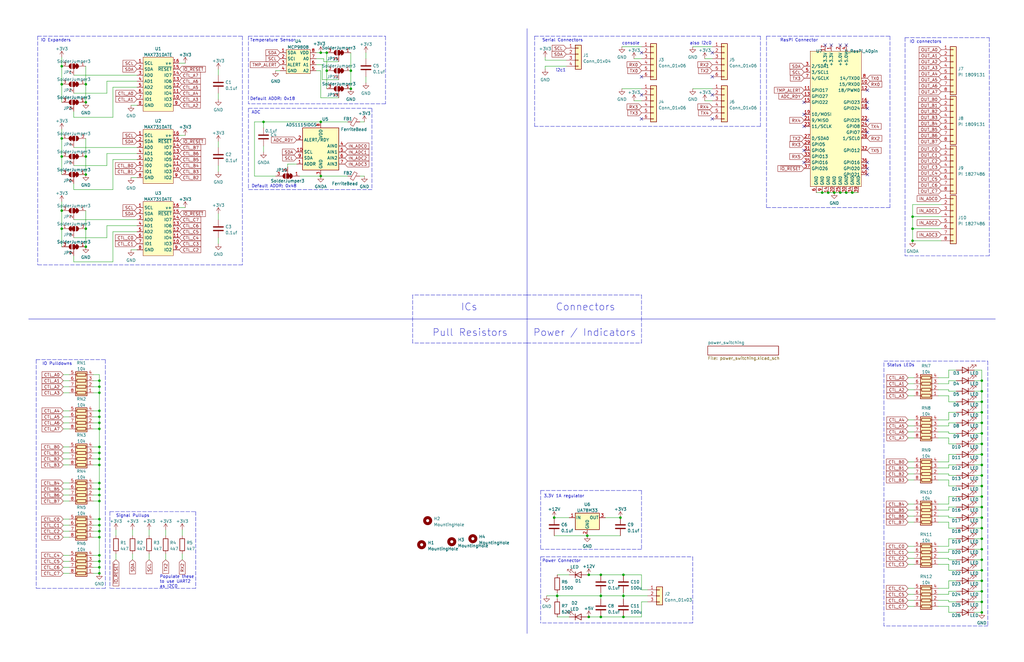
<source format=kicad_sch>
(kicad_sch (version 20211123) (generator eeschema)
  (paper "USLedger")
  (title_block (title "Uniclogs Power Distribution Board"))
  (junction (at 356.87 81.28))
  (junction (at 414.02 222.885))
  (junction (at 414.02 187.325))
  (junction (at 36.195 104.14))
  (junction (at 41.91 163.195))
  (junction (at 414.02 249.555))
  (junction (at 41.91 196.215))
  (junction (at 41.91 175.895))
  (junction (at 414.02 236.22))
  (junction (at 147.955 37.465))
  (junction (at 414.02 205.105))
  (junction (at 41.91 234.315))
  (junction (at 41.91 241.935))
  (junction (at 41.91 239.395))
  (junction (at 414.02 254))
  (junction (at 147.955 29.845))
  (junction (at 41.91 226.695))
  (junction (at 135.255 51.435))
  (junction (at 233.68 218.44))
  (junction (at 262.89 251.46))
  (junction (at 36.195 35.56))
  (junction (at 41.91 211.455))
  (junction (at 111.125 51.435))
  (junction (at 262.89 242.57))
  (junction (at 253.365 242.57))
  (junction (at 41.91 165.735))
  (junction (at 41.91 206.375))
  (junction (at 414.02 165.1))
  (junction (at 41.91 219.075))
  (junction (at 414.02 200.66))
  (junction (at 137.795 29.845))
  (junction (at 247.65 226.06))
  (junction (at 384.81 91.44))
  (junction (at 41.91 173.355))
  (junction (at 262.89 260.35))
  (junction (at 253.365 260.35))
  (junction (at 414.02 213.995))
  (junction (at 359.41 81.28))
  (junction (at 41.91 193.675))
  (junction (at 414.02 218.44))
  (junction (at 346.71 81.28))
  (junction (at 414.02 169.545))
  (junction (at 26.035 35.56))
  (junction (at 137.795 22.225))
  (junction (at 41.91 160.655))
  (junction (at 41.91 191.135))
  (junction (at 261.62 218.44))
  (junction (at 414.02 245.11))
  (junction (at 36.195 66.04))
  (junction (at 384.81 96.52))
  (junction (at 41.91 178.435))
  (junction (at 41.91 180.975))
  (junction (at 234.95 251.46))
  (junction (at 36.195 96.52))
  (junction (at 414.02 258.445))
  (junction (at 248.285 260.35))
  (junction (at 26.035 88.9))
  (junction (at 26.035 27.94))
  (junction (at 135.255 74.295))
  (junction (at 36.195 73.66))
  (junction (at 414.02 240.665))
  (junction (at 414.02 160.655))
  (junction (at 41.91 203.835))
  (junction (at 414.02 182.88))
  (junction (at 41.91 221.615))
  (junction (at 354.33 81.28))
  (junction (at 248.285 242.57))
  (junction (at 414.02 178.435))
  (junction (at 41.91 224.155))
  (junction (at 414.02 196.215))
  (junction (at 414.02 173.99))
  (junction (at 351.79 81.28))
  (junction (at 135.255 22.225))
  (junction (at 26.035 66.04))
  (junction (at 349.25 81.28))
  (junction (at 414.02 209.55))
  (junction (at 414.02 231.775))
  (junction (at 41.91 188.595))
  (junction (at 253.365 251.46))
  (junction (at 26.035 96.52))
  (junction (at 26.035 58.42))
  (junction (at 41.91 208.915))
  (junction (at 36.195 43.18))
  (junction (at 414.02 227.33))
  (junction (at 384.81 101.6))
  (junction (at 41.91 236.855))
  (junction (at 414.02 191.77))
  (no_connect (at 354.33 19.05))
  (no_connect (at 356.87 19.05))
  (no_connect (at 300.355 40.005))
  (no_connect (at 300.355 50.165))
  (no_connect (at 270.51 40.005))
  (no_connect (at 365.76 71.12))
  (no_connect (at 300.355 22.225))
  (no_connect (at 270.51 32.385))
  (no_connect (at 365.76 73.66))
  (no_connect (at 270.51 50.165))
  (no_connect (at 300.355 32.385))
  (no_connect (at 339.09 68.58))
  (no_connect (at 339.09 43.18))
  (no_connect (at 339.09 48.26))
  (no_connect (at 365.76 68.58))
  (no_connect (at 339.09 53.34))
  (no_connect (at 339.09 63.5))
  (no_connect (at 365.76 45.72))
  (no_connect (at 365.76 43.18))
  (no_connect (at 365.76 55.88))
  (no_connect (at 365.76 38.1))
  (no_connect (at 365.76 50.8))
  (no_connect (at 347.98 19.05))
  (no_connect (at 350.52 19.05))
  (no_connect (at 270.51 22.225))
  (wire (pts (xy 410.845 165.1) (xy 414.02 165.1)))
  (wire (pts (xy 31.115 62.23) (xy 57.785 62.23)))
  (wire (pts (xy 400.05 258.445) (xy 403.225 258.445)))
  (wire (pts (xy 111.125 51.435) (xy 111.125 53.975)))
  (polyline (pts (xy 372.745 152.4) (xy 416.56 152.4)))
  (wire (pts (xy 151.765 74.295) (xy 153.67 74.295)))
  (wire (pts (xy 297.18 24.765) (xy 300.355 24.765)))
  (wire (pts (xy 400.05 235.585) (xy 400.05 236.22)))
  (polyline (pts (xy 270.51 144.78) (xy 270.51 134.62)))
  (wire (pts (xy 349.25 81.28) (xy 351.79 81.28)))
  (wire (pts (xy 395.605 177.165) (xy 400.05 177.165)))
  (wire (pts (xy 31.115 80.01) (xy 47.625 80.01)))
  (wire (pts (xy 41.91 226.695) (xy 41.91 234.315)))
  (wire (pts (xy 116.205 29.845) (xy 118.11 29.845)))
  (wire (pts (xy 229.87 25.4) (xy 238.76 25.4)))
  (wire (pts (xy 410.845 187.325) (xy 414.02 187.325)))
  (wire (pts (xy 133.35 22.225) (xy 135.255 22.225)))
  (wire (pts (xy 142.875 33.655) (xy 135.89 33.655)))
  (wire (pts (xy 62.865 233.68) (xy 62.865 236.22)))
  (polyline (pts (xy 227.965 234.95) (xy 227.965 262.89)))
  (polyline (pts (xy 104.775 45.72) (xy 156.845 45.72)))
  (wire (pts (xy 395.605 200.025) (xy 400.05 200.025)))
  (wire (pts (xy 395.605 197.485) (xy 400.05 197.485)))
  (wire (pts (xy 45.085 34.29) (xy 57.785 34.29)))
  (wire (pts (xy 154.305 32.385) (xy 154.305 34.925)))
  (polyline (pts (xy 381.635 15.875) (xy 417.195 15.875)))
  (polyline (pts (xy 222.25 144.78) (xy 270.51 144.78)))
  (polyline (pts (xy 156.845 45.72) (xy 156.845 80.01)))
  (wire (pts (xy 346.71 81.28) (xy 349.25 81.28)))
  (wire (pts (xy 400.05 182.245) (xy 400.05 182.88)))
  (wire (pts (xy 41.91 160.655) (xy 41.91 163.195)))
  (wire (pts (xy 41.91 191.135) (xy 41.91 193.675)))
  (wire (pts (xy 400.05 245.11) (xy 403.225 245.11)))
  (wire (pts (xy 400.05 212.725) (xy 400.05 209.55)))
  (wire (pts (xy 395.605 215.265) (xy 400.05 215.265)))
  (wire (pts (xy 400.05 227.33) (xy 403.225 227.33)))
  (polyline (pts (xy 222.25 144.78) (xy 173.99 144.78)))
  (wire (pts (xy 45.085 69.85) (xy 45.085 64.77)))
  (wire (pts (xy 26.67 208.915) (xy 29.21 208.915)))
  (wire (pts (xy 400.05 161.925) (xy 400.05 160.655)))
  (polyline (pts (xy 375.285 87.63) (xy 323.215 87.63)))
  (wire (pts (xy 234.95 251.46) (xy 253.365 251.46)))
  (wire (pts (xy 410.845 191.77) (xy 414.02 191.77)))
  (wire (pts (xy 47.625 97.79) (xy 47.625 110.49)))
  (wire (pts (xy 26.67 236.855) (xy 29.21 236.855)))
  (wire (pts (xy 414.02 200.66) (xy 414.02 205.105)))
  (wire (pts (xy 26.67 165.735) (xy 29.21 165.735)))
  (wire (pts (xy 41.91 208.915) (xy 41.91 211.455)))
  (wire (pts (xy 382.905 235.585) (xy 385.445 235.585)))
  (wire (pts (xy 121.285 69.215) (xy 125.095 69.215)))
  (wire (pts (xy 26.67 160.655) (xy 29.21 160.655)))
  (wire (pts (xy 414.02 156.21) (xy 414.02 160.655)))
  (wire (pts (xy 26.67 175.895) (xy 29.21 175.895)))
  (polyline (pts (xy 104.775 45.72) (xy 104.775 80.01)))
  (wire (pts (xy 400.05 173.99) (xy 403.225 173.99)))
  (wire (pts (xy 39.37 203.835) (xy 41.91 203.835)))
  (wire (pts (xy 26.67 178.435) (xy 29.21 178.435)))
  (wire (pts (xy 41.91 239.395) (xy 41.91 241.935)))
  (wire (pts (xy 410.845 196.215) (xy 414.02 196.215)))
  (wire (pts (xy 270.51 242.57) (xy 262.89 242.57)))
  (polyline (pts (xy 320.675 53.34) (xy 225.425 53.34)))
  (wire (pts (xy 395.605 159.385) (xy 400.05 159.385)))
  (wire (pts (xy 382.905 200.025) (xy 385.445 200.025)))
  (polyline (pts (xy 417.195 15.875) (xy 417.195 107.95)))
  (wire (pts (xy 400.05 187.325) (xy 403.225 187.325)))
  (polyline (pts (xy 173.99 144.78) (xy 173.99 134.62)))
  (wire (pts (xy 400.05 169.545) (xy 403.225 169.545)))
  (wire (pts (xy 410.845 173.99) (xy 414.02 173.99)))
  (wire (pts (xy 414.02 165.1) (xy 414.02 169.545)))
  (wire (pts (xy 55.245 105.41) (xy 57.785 105.41)))
  (wire (pts (xy 39.37 219.075) (xy 41.91 219.075)))
  (wire (pts (xy 234.95 260.35) (xy 240.03 260.35)))
  (wire (pts (xy 382.905 164.465) (xy 385.445 164.465)))
  (wire (pts (xy 92.075 39.37) (xy 92.075 41.91)))
  (wire (pts (xy 262.89 251.46) (xy 262.89 252.73)))
  (wire (pts (xy 410.845 240.665) (xy 414.02 240.665)))
  (wire (pts (xy 400.05 217.805) (xy 400.05 218.44)))
  (wire (pts (xy 400.05 200.66) (xy 403.225 200.66)))
  (polyline (pts (xy 292.1 234.95) (xy 292.1 262.89)))
  (wire (pts (xy 137.795 29.845) (xy 137.795 37.465)))
  (polyline (pts (xy 323.215 15.24) (xy 323.215 87.63)))
  (wire (pts (xy 39.37 241.935) (xy 41.91 241.935)))
  (wire (pts (xy 92.075 29.21) (xy 92.075 31.75)))
  (polyline (pts (xy 104.775 15.24) (xy 162.56 15.24)))
  (wire (pts (xy 395.605 230.505) (xy 400.05 230.505)))
  (polyline (pts (xy 104.775 15.24) (xy 104.775 43.815)))
  (wire (pts (xy 414.02 205.105) (xy 414.02 209.55)))
  (wire (pts (xy 382.905 202.565) (xy 385.445 202.565)))
  (wire (pts (xy 400.05 215.265) (xy 400.05 213.995)))
  (wire (pts (xy 414.02 245.11) (xy 414.02 249.555)))
  (wire (pts (xy 395.605 217.805) (xy 400.05 217.805)))
  (wire (pts (xy 26.035 96.52) (xy 26.035 104.14)))
  (wire (pts (xy 31.115 46.99) (xy 31.115 49.53)))
  (polyline (pts (xy 15.24 151.765) (xy 15.24 248.285)))
  (wire (pts (xy 253.365 260.35) (xy 262.89 260.35)))
  (wire (pts (xy 26.67 219.075) (xy 29.21 219.075)))
  (wire (pts (xy 395.605 233.045) (xy 400.05 233.045)))
  (wire (pts (xy 39.37 191.135) (xy 41.91 191.135)))
  (wire (pts (xy 31.115 77.47) (xy 31.115 80.01)))
  (polyline (pts (xy 416.56 152.4) (xy 416.56 264.16)))
  (wire (pts (xy 400.05 222.885) (xy 403.225 222.885)))
  (wire (pts (xy 41.91 165.735) (xy 41.91 173.355)))
  (wire (pts (xy 400.05 160.655) (xy 403.225 160.655)))
  (wire (pts (xy 47.625 97.79) (xy 57.785 97.79)))
  (polyline (pts (xy 227.965 207.01) (xy 270.51 207.01)))
  (wire (pts (xy 414.02 182.88) (xy 414.02 187.325)))
  (wire (pts (xy 292.1 19.685) (xy 300.355 19.685)))
  (wire (pts (xy 395.605 238.125) (xy 400.05 238.125)))
  (wire (pts (xy 26.035 35.56) (xy 26.035 43.18)))
  (wire (pts (xy 410.845 156.21) (xy 414.02 156.21)))
  (wire (pts (xy 400.05 182.88) (xy 403.225 182.88)))
  (wire (pts (xy 31.115 31.75) (xy 57.785 31.75)))
  (wire (pts (xy 395.605 202.565) (xy 400.05 202.565)))
  (wire (pts (xy 262.89 251.46) (xy 253.365 251.46)))
  (wire (pts (xy 262.255 37.465) (xy 270.51 37.465)))
  (wire (pts (xy 41.91 188.595) (xy 41.91 191.135)))
  (polyline (pts (xy 102.235 15.24) (xy 102.235 111.76)))
  (wire (pts (xy 262.89 260.35) (xy 270.51 260.35)))
  (wire (pts (xy 154.305 22.225) (xy 154.305 24.765)))
  (wire (pts (xy 414.02 218.44) (xy 414.02 222.885)))
  (polyline (pts (xy 15.875 15.24) (xy 102.235 15.24)))
  (polyline (pts (xy 417.195 107.95) (xy 381.635 107.95)))
  (wire (pts (xy 107.315 51.435) (xy 107.315 74.295)))
  (wire (pts (xy 255.27 218.44) (xy 261.62 218.44)))
  (wire (pts (xy 267.335 42.545) (xy 270.51 42.545)))
  (wire (pts (xy 26.67 193.675) (xy 29.21 193.675)))
  (wire (pts (xy 359.41 81.28) (xy 361.95 81.28)))
  (wire (pts (xy 111.125 51.435) (xy 135.255 51.435)))
  (wire (pts (xy 229.87 24.13) (xy 229.87 25.4)))
  (wire (pts (xy 26.035 27.94) (xy 26.035 35.56)))
  (wire (pts (xy 382.905 167.005) (xy 385.445 167.005)))
  (wire (pts (xy 400.05 230.505) (xy 400.05 227.33)))
  (wire (pts (xy 410.845 222.885) (xy 414.02 222.885)))
  (wire (pts (xy 142.875 26.035) (xy 136.525 26.035)))
  (wire (pts (xy 395.605 253.365) (xy 400.05 253.365)))
  (wire (pts (xy 62.865 223.52) (xy 62.865 226.06)))
  (wire (pts (xy 238.76 27.94) (xy 229.87 27.94)))
  (wire (pts (xy 47.625 67.31) (xy 47.625 80.01)))
  (wire (pts (xy 395.605 255.905) (xy 400.05 255.905)))
  (wire (pts (xy 344.17 81.28) (xy 346.71 81.28)))
  (wire (pts (xy 400.05 177.165) (xy 400.05 173.99)))
  (wire (pts (xy 39.37 224.155) (xy 41.91 224.155)))
  (wire (pts (xy 26.67 188.595) (xy 29.21 188.595)))
  (wire (pts (xy 135.255 51.435) (xy 146.685 51.435)))
  (polyline (pts (xy 44.45 151.765) (xy 44.45 248.285)))
  (wire (pts (xy 31.115 107.95) (xy 31.115 110.49)))
  (wire (pts (xy 39.37 208.915) (xy 41.91 208.915)))
  (wire (pts (xy 39.37 160.655) (xy 41.91 160.655)))
  (polyline (pts (xy 320.675 15.24) (xy 320.675 53.34)))
  (wire (pts (xy 351.79 81.28) (xy 354.33 81.28)))
  (wire (pts (xy 41.91 175.895) (xy 41.91 178.435)))
  (wire (pts (xy 31.115 49.53) (xy 47.625 49.53)))
  (wire (pts (xy 400.05 156.21) (xy 403.225 156.21)))
  (wire (pts (xy 410.845 254) (xy 414.02 254)))
  (wire (pts (xy 31.115 69.85) (xy 45.085 69.85)))
  (wire (pts (xy 41.91 221.615) (xy 41.91 224.155)))
  (wire (pts (xy 47.625 36.83) (xy 57.785 36.83)))
  (wire (pts (xy 69.85 223.52) (xy 69.85 226.06)))
  (wire (pts (xy 395.605 167.005) (xy 400.05 167.005)))
  (wire (pts (xy 39.37 188.595) (xy 41.91 188.595)))
  (wire (pts (xy 297.18 42.545) (xy 300.355 42.545)))
  (wire (pts (xy 400.05 250.825) (xy 400.05 249.555)))
  (wire (pts (xy 26.67 163.195) (xy 29.21 163.195)))
  (wire (pts (xy 292.1 37.465) (xy 300.355 37.465)))
  (wire (pts (xy 410.845 160.655) (xy 414.02 160.655)))
  (wire (pts (xy 45.085 39.37) (xy 45.085 34.29)))
  (polyline (pts (xy 82.55 248.285) (xy 46.355 248.285)))
  (wire (pts (xy 410.845 205.105) (xy 414.02 205.105)))
  (wire (pts (xy 400.05 167.005) (xy 400.05 169.545)))
  (wire (pts (xy 41.91 178.435) (xy 41.91 180.975)))
  (wire (pts (xy 414.02 231.775) (xy 414.02 236.22)))
  (wire (pts (xy 55.245 44.45) (xy 57.785 44.45)))
  (wire (pts (xy 76.835 233.68) (xy 76.835 236.22)))
  (wire (pts (xy 414.02 222.885) (xy 414.02 227.33)))
  (wire (pts (xy 26.67 191.135) (xy 29.21 191.135)))
  (wire (pts (xy 395.605 250.825) (xy 400.05 250.825)))
  (wire (pts (xy 75.565 26.67) (xy 78.105 26.67)))
  (wire (pts (xy 414.02 196.215) (xy 414.02 200.66)))
  (wire (pts (xy 382.905 159.385) (xy 385.445 159.385)))
  (wire (pts (xy 39.37 221.615) (xy 41.91 221.615)))
  (wire (pts (xy 36.195 66.04) (xy 36.195 73.66)))
  (wire (pts (xy 400.05 236.22) (xy 403.225 236.22)))
  (wire (pts (xy 410.845 182.88) (xy 414.02 182.88)))
  (wire (pts (xy 39.37 193.675) (xy 41.91 193.675)))
  (wire (pts (xy 247.65 226.06) (xy 261.62 226.06)))
  (wire (pts (xy 400.05 220.345) (xy 400.05 222.885)))
  (polyline (pts (xy 372.745 153.035) (xy 372.745 264.16)))
  (wire (pts (xy 234.95 242.57) (xy 240.03 242.57)))
  (wire (pts (xy 135.89 33.655) (xy 135.89 27.305)))
  (wire (pts (xy 26.67 158.115) (xy 29.21 158.115)))
  (wire (pts (xy 48.895 223.52) (xy 48.895 226.06)))
  (wire (pts (xy 47.625 67.31) (xy 57.785 67.31)))
  (wire (pts (xy 414.02 249.555) (xy 414.02 254)))
  (wire (pts (xy 26.67 234.315) (xy 29.21 234.315)))
  (wire (pts (xy 26.67 211.455) (xy 29.21 211.455)))
  (wire (pts (xy 414.02 209.55) (xy 414.02 213.995)))
  (wire (pts (xy 69.85 233.68) (xy 69.85 236.22)))
  (wire (pts (xy 55.88 233.68) (xy 55.88 236.22)))
  (wire (pts (xy 400.05 248.285) (xy 400.05 245.11)))
  (wire (pts (xy 414.02 169.545) (xy 414.02 173.99)))
  (wire (pts (xy 135.255 29.845) (xy 133.35 29.845)))
  (wire (pts (xy 92.075 59.69) (xy 92.075 62.23)))
  (polyline (pts (xy 375.285 15.24) (xy 375.285 87.63)))
  (wire (pts (xy 26.67 206.375) (xy 29.21 206.375)))
  (wire (pts (xy 253.365 251.46) (xy 253.365 252.73)))
  (wire (pts (xy 234.95 251.46) (xy 234.95 250.19)))
  (polyline (pts (xy 270.51 207.01) (xy 270.51 231.775)))
  (wire (pts (xy 41.91 163.195) (xy 41.91 165.735)))
  (wire (pts (xy 147.955 22.225) (xy 147.955 29.845)))
  (wire (pts (xy 107.315 51.435) (xy 111.125 51.435)))
  (polyline (pts (xy 162.56 43.815) (xy 104.775 43.815)))
  (wire (pts (xy 41.91 173.355) (xy 41.91 175.895)))
  (wire (pts (xy 410.845 209.55) (xy 414.02 209.55)))
  (polyline (pts (xy 292.1 262.89) (xy 227.965 262.89)))
  (wire (pts (xy 400.05 231.775) (xy 403.225 231.775)))
  (wire (pts (xy 382.905 255.905) (xy 385.445 255.905)))
  (polyline (pts (xy 222.25 124.46) (xy 173.99 124.46)))
  (wire (pts (xy 400.05 179.705) (xy 400.05 178.435)))
  (polyline (pts (xy 270.51 124.46) (xy 270.51 134.62)))
  (polyline (pts (xy 323.215 15.24) (xy 375.285 15.24)))
  (wire (pts (xy 384.81 91.44) (xy 396.875 91.44)))
  (polyline (pts (xy 156.845 80.01) (xy 104.775 80.01)))
  (wire (pts (xy 400.05 202.565) (xy 400.05 205.105)))
  (wire (pts (xy 233.68 218.44) (xy 240.03 218.44)))
  (wire (pts (xy 382.905 238.125) (xy 385.445 238.125)))
  (wire (pts (xy 253.365 250.19) (xy 253.365 251.46)))
  (wire (pts (xy 31.115 92.71) (xy 57.785 92.71)))
  (wire (pts (xy 414.02 160.655) (xy 414.02 165.1)))
  (wire (pts (xy 414.02 213.995) (xy 414.02 218.44)))
  (wire (pts (xy 48.895 233.68) (xy 48.895 236.22)))
  (wire (pts (xy 382.905 217.805) (xy 385.445 217.805)))
  (wire (pts (xy 39.37 226.695) (xy 41.91 226.695)))
  (wire (pts (xy 400.05 238.125) (xy 400.05 240.665)))
  (wire (pts (xy 395.605 220.345) (xy 400.05 220.345)))
  (wire (pts (xy 400.05 164.465) (xy 400.05 165.1)))
  (wire (pts (xy 39.37 239.395) (xy 41.91 239.395)))
  (wire (pts (xy 45.085 64.77) (xy 57.785 64.77)))
  (wire (pts (xy 41.91 180.975) (xy 41.91 188.595)))
  (polyline (pts (xy 15.24 151.765) (xy 44.45 151.765)))
  (wire (pts (xy 41.91 219.075) (xy 41.91 221.615)))
  (wire (pts (xy 31.115 100.33) (xy 45.085 100.33)))
  (wire (pts (xy 414.02 236.22) (xy 414.02 240.665)))
  (wire (pts (xy 270.51 254) (xy 273.05 254)))
  (wire (pts (xy 253.365 242.57) (xy 248.285 242.57)))
  (wire (pts (xy 135.89 27.305) (xy 133.35 27.305)))
  (wire (pts (xy 414.02 173.99) (xy 414.02 178.435)))
  (wire (pts (xy 92.075 90.17) (xy 92.075 92.71)))
  (wire (pts (xy 382.905 230.505) (xy 385.445 230.505)))
  (wire (pts (xy 26.67 180.975) (xy 29.21 180.975)))
  (wire (pts (xy 41.91 196.215) (xy 41.91 203.835)))
  (wire (pts (xy 382.905 177.165) (xy 385.445 177.165)))
  (wire (pts (xy 395.605 235.585) (xy 400.05 235.585)))
  (wire (pts (xy 410.845 236.22) (xy 414.02 236.22)))
  (wire (pts (xy 26.035 88.9) (xy 26.035 96.52)))
  (wire (pts (xy 395.605 179.705) (xy 400.05 179.705)))
  (wire (pts (xy 395.605 248.285) (xy 400.05 248.285)))
  (wire (pts (xy 41.91 193.675) (xy 41.91 196.215)))
  (polyline (pts (xy 227.965 207.01) (xy 227.965 231.775)))
  (polyline (pts (xy 416.56 264.16) (xy 372.745 264.16)))
  (wire (pts (xy 39.37 175.895) (xy 41.91 175.895)))
  (wire (pts (xy 41.91 203.835) (xy 41.91 206.375)))
  (polyline (pts (xy 12.065 134.62) (xy 419.735 134.62)) (stroke (width 0) (type solid)))
  (wire (pts (xy 400.05 205.105) (xy 403.225 205.105)))
  (wire (pts (xy 36.195 35.56) (xy 36.195 43.18)))
  (wire (pts (xy 410.845 231.775) (xy 414.02 231.775)))
  (wire (pts (xy 395.605 194.945) (xy 400.05 194.945)))
  (wire (pts (xy 26.67 224.155) (xy 29.21 224.155)))
  (wire (pts (xy 395.605 164.465) (xy 400.05 164.465)))
  (wire (pts (xy 273.05 251.46) (xy 262.89 251.46)))
  (wire (pts (xy 384.81 86.36) (xy 384.81 91.44)))
  (wire (pts (xy 400.05 196.215) (xy 403.225 196.215)))
  (wire (pts (xy 395.605 182.245) (xy 400.05 182.245)))
  (wire (pts (xy 121.285 70.485) (xy 121.285 69.215)))
  (wire (pts (xy 234.95 251.46) (xy 234.95 252.73)))
  (wire (pts (xy 39.37 206.375) (xy 41.91 206.375)))
  (wire (pts (xy 410.845 213.995) (xy 414.02 213.995)))
  (wire (pts (xy 26.035 85.09) (xy 26.035 88.9)))
  (wire (pts (xy 384.81 96.52) (xy 384.81 101.6)))
  (wire (pts (xy 382.905 194.945) (xy 385.445 194.945)))
  (polyline (pts (xy 46.355 215.9) (xy 46.355 248.285)))
  (wire (pts (xy 400.05 254) (xy 403.225 254)))
  (wire (pts (xy 39.37 173.355) (xy 41.91 173.355)))
  (wire (pts (xy 151.765 51.435) (xy 153.67 51.435)))
  (wire (pts (xy 414.02 191.77) (xy 414.02 196.215)))
  (wire (pts (xy 382.905 212.725) (xy 385.445 212.725)))
  (wire (pts (xy 26.67 203.835) (xy 29.21 203.835)))
  (wire (pts (xy 384.81 101.6) (xy 396.875 101.6)))
  (wire (pts (xy 267.335 24.765) (xy 270.51 24.765)))
  (wire (pts (xy 55.88 223.52) (xy 55.88 226.06)))
  (wire (pts (xy 395.605 212.725) (xy 400.05 212.725)))
  (wire (pts (xy 26.67 239.395) (xy 29.21 239.395)))
  (wire (pts (xy 262.255 19.685) (xy 270.51 19.685)))
  (polyline (pts (xy 102.235 111.76) (xy 15.875 111.76)))
  (wire (pts (xy 230.505 251.46) (xy 234.95 251.46)))
  (wire (pts (xy 410.845 169.545) (xy 414.02 169.545)))
  (wire (pts (xy 400.05 213.995) (xy 403.225 213.995)))
  (wire (pts (xy 36.195 27.94) (xy 36.195 35.56)))
  (wire (pts (xy 382.905 161.925) (xy 385.445 161.925)))
  (wire (pts (xy 400.05 249.555) (xy 403.225 249.555)))
  (wire (pts (xy 400.05 255.905) (xy 400.05 258.445)))
  (wire (pts (xy 136.525 24.765) (xy 133.35 24.765)))
  (wire (pts (xy 233.68 226.06) (xy 247.65 226.06)))
  (wire (pts (xy 41.91 211.455) (xy 41.91 219.075)))
  (wire (pts (xy 262.89 242.57) (xy 253.365 242.57)))
  (polyline (pts (xy 15.875 15.24) (xy 15.875 111.76)))
  (wire (pts (xy 39.37 178.435) (xy 41.91 178.435)))
  (wire (pts (xy 414.02 178.435) (xy 414.02 182.88)))
  (wire (pts (xy 142.875 41.275) (xy 135.255 41.275)))
  (wire (pts (xy 270.51 260.35) (xy 270.51 254)))
  (wire (pts (xy 410.845 218.44) (xy 414.02 218.44)))
  (wire (pts (xy 400.05 209.55) (xy 403.225 209.55)))
  (wire (pts (xy 400.05 159.385) (xy 400.05 156.21)))
  (wire (pts (xy 248.285 242.57) (xy 247.65 242.57)))
  (wire (pts (xy 26.67 196.215) (xy 29.21 196.215)))
  (wire (pts (xy 41.91 236.855) (xy 41.91 239.395)))
  (wire (pts (xy 136.525 26.035) (xy 136.525 24.765)))
  (wire (pts (xy 31.115 110.49) (xy 47.625 110.49)))
  (wire (pts (xy 400.05 191.77) (xy 403.225 191.77)))
  (wire (pts (xy 414.02 240.665) (xy 414.02 245.11)))
  (wire (pts (xy 382.905 184.785) (xy 385.445 184.785)))
  (polyline (pts (xy 222.25 12.065) (xy 222.25 267.335)) (stroke (width 0) (type solid)))
  (wire (pts (xy 135.255 22.225) (xy 137.795 22.225)))
  (wire (pts (xy 248.285 260.35) (xy 253.365 260.35)))
  (wire (pts (xy 410.845 227.33) (xy 414.02 227.33)))
  (wire (pts (xy 414.02 187.325) (xy 414.02 191.77)))
  (wire (pts (xy 41.91 224.155) (xy 41.91 226.695)))
  (wire (pts (xy 384.81 96.52) (xy 396.875 96.52)))
  (wire (pts (xy 400.05 165.1) (xy 403.225 165.1)))
  (wire (pts (xy 36.195 58.42) (xy 36.195 66.04)))
  (polyline (pts (xy 270.51 231.775) (xy 227.965 231.775)))
  (wire (pts (xy 75.565 57.15) (xy 78.105 57.15)))
  (wire (pts (xy 26.67 173.355) (xy 29.21 173.355)))
  (wire (pts (xy 400.05 218.44) (xy 403.225 218.44)))
  (wire (pts (xy 414.02 254) (xy 414.02 258.445)))
  (polyline (pts (xy 44.45 248.285) (xy 15.24 248.285)))
  (wire (pts (xy 382.905 233.045) (xy 385.445 233.045)))
  (wire (pts (xy 400.05 253.365) (xy 400.05 254)))
  (wire (pts (xy 39.37 180.975) (xy 41.91 180.975)))
  (wire (pts (xy 382.905 215.265) (xy 385.445 215.265)))
  (polyline (pts (xy 381.635 15.875) (xy 381.635 107.95)))
  (wire (pts (xy 414.02 227.33) (xy 414.02 231.775)))
  (wire (pts (xy 382.905 248.285) (xy 385.445 248.285)))
  (polyline (pts (xy 227.965 234.95) (xy 292.1 234.95)))
  (wire (pts (xy 247.65 260.35) (xy 248.285 260.35)))
  (wire (pts (xy 36.195 88.9) (xy 36.195 96.52)))
  (polyline (pts (xy 225.425 15.24) (xy 320.675 15.24)))
  (wire (pts (xy 39.37 158.115) (xy 41.91 158.115)))
  (wire (pts (xy 382.905 197.485) (xy 385.445 197.485)))
  (wire (pts (xy 410.845 178.435) (xy 414.02 178.435)))
  (wire (pts (xy 39.37 196.215) (xy 41.91 196.215)))
  (wire (pts (xy 270.51 248.92) (xy 270.51 242.57)))
  (wire (pts (xy 395.605 184.785) (xy 400.05 184.785)))
  (wire (pts (xy 400.05 200.025) (xy 400.05 200.66)))
  (wire (pts (xy 410.845 245.11) (xy 414.02 245.11)))
  (wire (pts (xy 26.67 221.615) (xy 29.21 221.615)))
  (wire (pts (xy 111.125 61.595) (xy 111.125 64.135)))
  (wire (pts (xy 410.845 249.555) (xy 414.02 249.555)))
  (polyline (pts (xy 46.355 215.9) (xy 82.55 215.9)))
  (wire (pts (xy 26.035 24.13) (xy 26.035 27.94)))
  (wire (pts (xy 45.085 95.25) (xy 57.785 95.25)))
  (polyline (pts (xy 173.99 124.46) (xy 173.99 134.62)))
  (wire (pts (xy 75.565 87.63) (xy 78.105 87.63)))
  (wire (pts (xy 39.37 234.315) (xy 41.91 234.315)))
  (wire (pts (xy 31.115 39.37) (xy 45.085 39.37)))
  (wire (pts (xy 41.91 158.115) (xy 41.91 160.655)))
  (wire (pts (xy 382.905 250.825) (xy 385.445 250.825)))
  (wire (pts (xy 262.89 250.19) (xy 262.89 251.46)))
  (polyline (pts (xy 82.55 215.9) (xy 82.55 248.285)))
  (wire (pts (xy 39.37 163.195) (xy 41.91 163.195)))
  (wire (pts (xy 92.075 100.33) (xy 92.075 102.87)))
  (wire (pts (xy 354.33 81.28) (xy 356.87 81.28)))
  (wire (pts (xy 382.905 179.705) (xy 385.445 179.705)))
  (wire (pts (xy 39.37 165.735) (xy 41.91 165.735)))
  (wire (pts (xy 356.87 81.28) (xy 359.41 81.28)))
  (wire (pts (xy 400.05 240.665) (xy 403.225 240.665)))
  (wire (pts (xy 36.195 96.52) (xy 36.195 104.14)))
  (wire (pts (xy 45.085 100.33) (xy 45.085 95.25)))
  (wire (pts (xy 26.67 241.935) (xy 29.21 241.935)))
  (wire (pts (xy 400.05 233.045) (xy 400.05 231.775)))
  (wire (pts (xy 39.37 236.855) (xy 41.91 236.855)))
  (wire (pts (xy 396.875 86.36) (xy 384.81 86.36)))
  (wire (pts (xy 39.37 211.455) (xy 41.91 211.455)))
  (wire (pts (xy 135.255 74.295) (xy 146.685 74.295)))
  (wire (pts (xy 135.255 41.275) (xy 135.255 29.845)))
  (polyline (pts (xy 222.25 124.46) (xy 270.51 124.46)))
  (wire (pts (xy 126.365 74.295) (xy 135.255 74.295)))
  (wire (pts (xy 384.81 91.44) (xy 384.81 96.52)))
  (wire (pts (xy 137.795 22.225) (xy 137.795 29.845)))
  (wire (pts (xy 26.035 66.04) (xy 26.035 73.66)))
  (wire (pts (xy 382.905 253.365) (xy 385.445 253.365)))
  (wire (pts (xy 26.035 58.42) (xy 26.035 66.04)))
  (wire (pts (xy 229.87 27.94) (xy 229.87 29.21)))
  (wire (pts (xy 273.05 248.92) (xy 270.51 248.92)))
  (polyline (pts (xy 225.425 15.24) (xy 225.425 53.34)))
  (wire (pts (xy 41.91 206.375) (xy 41.91 208.915)))
  (wire (pts (xy 26.035 54.61) (xy 26.035 58.42)))
  (wire (pts (xy 92.075 69.85) (xy 92.075 72.39)))
  (wire (pts (xy 410.845 258.445) (xy 414.02 258.445)))
  (wire (pts (xy 400.05 194.945) (xy 400.05 191.77)))
  (wire (pts (xy 395.605 161.925) (xy 400.05 161.925)))
  (wire (pts (xy 400.05 197.485) (xy 400.05 196.215)))
  (wire (pts (xy 400.05 184.785) (xy 400.05 187.325)))
  (wire (pts (xy 41.91 234.315) (xy 41.91 236.855)))
  (wire (pts (xy 400.05 178.435) (xy 403.225 178.435)))
  (wire (pts (xy 382.905 182.245) (xy 385.445 182.245)))
  (wire (pts (xy 382.905 220.345) (xy 385.445 220.345)))
  (wire (pts (xy 410.845 200.66) (xy 414.02 200.66)))
  (wire (pts (xy 55.245 74.93) (xy 57.785 74.93)))
  (wire (pts (xy 76.835 223.52) (xy 76.835 226.06)))
  (polyline (pts (xy 162.56 15.24) (xy 162.56 43.815)))
  (wire (pts (xy 47.625 36.83) (xy 47.625 49.53)))
  (wire (pts (xy 26.67 226.695) (xy 29.21 226.695)))
  (wire (pts (xy 147.955 29.845) (xy 147.955 37.465)))
  (wire (pts (xy 107.315 74.295) (xy 116.205 74.295)))
  (text "Power Connector" (at 228.6 237.49 0) (effects (font (size 1.27 1.27)) (justify left bottom)))
  (text "Connectors" (at 234.315 131.445 0) (effects (font (size 3 3)) (justify left bottom)))
  (text "Serial Connectors" (at 228.6 17.78 0) (effects (font (size 1.27 1.27)) (justify left bottom)))
  (text "also i2c0" (at 290.83 19.05 0) (effects (font (size 1.27 1.27)) (justify left bottom)))
  (text "Temperature Sensor" (at 105.41 17.78 0) (effects (font (size 1.27 1.27)) (justify left bottom)))
  (text "Power / Indicators" (at 224.79 142.24 0) (effects (font (size 3 3)) (justify left bottom)))
  (text "Status LEDs" (at 374.015 154.94 0) (effects (font (size 1.27 1.27)) (justify left bottom)))
  (text "Signal Pullups" (at 48.895 218.44 0) (effects (font (size 1.27 1.27)) (justify left bottom)))
  (text "RasPi Connector" (at 328.93 17.78 0) (effects (font (size 1.27 1.27)) (justify left bottom)))
  (text "ICs" (at 194.31 131.445 0) (effects (font (size 3 3)) (justify left bottom)))
  (text "Populate these\nto use UART2\nas I2C0" (at 67.31 248.285 0) (effects (font (size 1.27 1.27)) (justify left bottom)))
  (text "Default ADDR: 0x48" (at 106.045 79.375 0) (effects (font (size 1.27 1.27)) (justify left bottom)))
  (text "IO connectors" (at 383.54 18.415 0) (effects (font (size 1.27 1.27)) (justify left bottom)))
  (text "IO Pulldowns" (at 17.78 154.305 0) (effects (font (size 1.27 1.27)) (justify left bottom)))
  (text "Default ADDR: 0x18" (at 105.41 42.545 0) (effects (font (size 1.27 1.27)) (justify left bottom)))
  (text "i2c1" (at 234.315 30.48 0) (effects (font (size 1.27 1.27)) (justify left bottom)))
  (text "ADC" (at 106.045 48.26 0) (effects (font (size 1.27 1.27)) (justify left bottom)))
  (text "Pull Resistors" (at 182.245 142.24 0) (effects (font (size 3 3)) (justify left bottom)))
  (text "console" (at 262.255 19.05 0) (effects (font (size 1.27 1.27)) (justify left bottom)))
  (text "IO Expanders" (at 17.145 17.78 0) (effects (font (size 1.27 1.27)) (justify left bottom)))
  (text "3.3V 1A regulator" (at 229.235 210.185 0) (effects (font (size 1.27 1.27)) (justify left bottom)))
  (global_label "OUT_B1" (shape input) (at 396.875 44.45 180) (property "Intersheet References" "${INTERSHEET_REFS}" (effects hide)))
  (global_label "CTL_C6" (shape input) (at 382.905 253.365 180) (property "Intersheet References" "${INTERSHEET_REFS}" (effects hide)))
  (global_label "SDA" (shape input) (at 125.095 64.135 180) (property "Intersheet References" "${INTERSHEET_REFS}" (effects hide)))
  (global_label "CTL_B6" (shape input) (at 382.905 217.805 180) (property "Intersheet References" "${INTERSHEET_REFS}" (effects hide)))
  (global_label "CTL_B2" (shape input) (at 75.565 74.93 0) (property "Intersheet References" "${INTERSHEET_REFS}" (effects hide)))
  (global_label "CTL_A6" (shape input) (at 75.565 34.29 0) (property "Intersheet References" "${INTERSHEET_REFS}" (effects hide)))
  (global_label "CTL_B1" (shape input) (at 26.67 191.135 180) (property "Intersheet References" "${INTERSHEET_REFS}" (effects hide)))
  (global_label "OUT_B4" (shape input) (at 396.875 52.07 180) (property "Intersheet References" "${INTERSHEET_REFS}" (effects hide)))
  (global_label "CTL_C2" (shape input) (at 75.565 105.41 0) (property "Intersheet References" "${INTERSHEET_REFS}" (effects hide)))
  (global_label "IN_ADC0" (shape input) (at 145.415 61.595 0) (property "Intersheet References" "${INTERSHEET_REFS}" (effects hide)))
  (global_label "CTL_A1" (shape input) (at 382.905 161.925 180) (property "Intersheet References" "${INTERSHEET_REFS}" (effects hide)))
  (global_label "CTL_C3" (shape input) (at 75.565 102.87 0) (property "Intersheet References" "${INTERSHEET_REFS}" (effects hide)))
  (global_label "OUT_A5" (shape input) (at 396.875 33.655 180) (property "Intersheet References" "${INTERSHEET_REFS}" (effects hide)))
  (global_label "CTL_B0" (shape input) (at 26.67 188.595 180) (property "Intersheet References" "${INTERSHEET_REFS}" (effects hide)))
  (global_label "CTL_A3" (shape input) (at 75.565 41.91 0) (property "Intersheet References" "${INTERSHEET_REFS}" (effects hide)))
  (global_label "~{IO_RESET}" (shape input) (at 75.565 90.17 0) (property "Intersheet References" "${INTERSHEET_REFS}" (effects hide)))
  (global_label "RX3" (shape input) (at 339.09 60.96 180) (property "Intersheet References" "${INTERSHEET_REFS}" (effects hide)))
  (global_label "CTL_C2" (shape input) (at 382.905 235.585 180) (property "Intersheet References" "${INTERSHEET_REFS}" (effects hide)))
  (global_label "SDA" (shape input) (at 55.88 236.22 270) (property "Intersheet References" "${INTERSHEET_REFS}" (effects hide)))
  (global_label "CTL_B5" (shape input) (at 75.565 67.31 0) (property "Intersheet References" "${INTERSHEET_REFS}" (effects hide)))
  (global_label "CTL_A0" (shape input) (at 382.905 159.385 180) (property "Intersheet References" "${INTERSHEET_REFS}" (effects hide)))
  (global_label "CTL_A3" (shape input) (at 26.67 165.735 180) (property "Intersheet References" "${INTERSHEET_REFS}" (effects hide)))
  (global_label "SDA" (shape input) (at 339.09 27.94 180) (property "Intersheet References" "${INTERSHEET_REFS}" (effects hide)))
  (global_label "RX5" (shape input) (at 339.09 66.04 180) (property "Intersheet References" "${INTERSHEET_REFS}" (effects hide)))
  (global_label "CTL_A4" (shape input) (at 382.905 177.165 180) (property "Intersheet References" "${INTERSHEET_REFS}" (effects hide)))
  (global_label "CTL_A5" (shape input) (at 26.67 175.895 180) (property "Intersheet References" "${INTERSHEET_REFS}" (effects hide)))
  (global_label "SCL" (shape input) (at 57.785 26.67 180) (property "Intersheet References" "${INTERSHEET_REFS}" (effects hide)))
  (global_label "CTL_B1" (shape input) (at 57.785 72.39 180) (property "Intersheet References" "${INTERSHEET_REFS}" (effects hide)))
  (global_label "CTL_B3" (shape input) (at 26.67 196.215 180) (property "Intersheet References" "${INTERSHEET_REFS}" (effects hide)))
  (global_label "CTL_C2" (shape input) (at 26.67 224.155 180) (property "Intersheet References" "${INTERSHEET_REFS}" (effects hide)))
  (global_label "OUT_C0" (shape input) (at 396.875 62.865 180) (property "Intersheet References" "${INTERSHEET_REFS}" (effects hide)))
  (global_label "IN_ADC1" (shape input) (at 145.415 64.135 0) (property "Intersheet References" "${INTERSHEET_REFS}" (effects hide)))
  (global_label "CTL_B0" (shape input) (at 382.905 194.945 180) (property "Intersheet References" "${INTERSHEET_REFS}" (effects hide)))
  (global_label "OUT_B6" (shape input) (at 396.875 57.15 180) (property "Intersheet References" "${INTERSHEET_REFS}" (effects hide)))
  (global_label "SCL" (shape input) (at 57.785 87.63 180) (property "Intersheet References" "${INTERSHEET_REFS}" (effects hide)))
  (global_label "CTL_C7" (shape input) (at 75.565 92.71 0) (property "Intersheet References" "${INTERSHEET_REFS}" (effects hide)))
  (global_label "ADC_RDY" (shape input) (at 125.095 59.055 180) (property "Intersheet References" "${INTERSHEET_REFS}" (effects hide)))
  (global_label "TX0" (shape input) (at 270.51 29.845 180) (property "Intersheet References" "${INTERSHEET_REFS}" (effects hide)))
  (global_label "SCL" (shape input) (at 62.865 236.22 270) (property "Intersheet References" "${INTERSHEET_REFS}" (effects hide)))
  (global_label "~{IO_RESET}" (shape input) (at 48.895 236.22 270) (property "Intersheet References" "${INTERSHEET_REFS}" (effects hide)))
  (global_label "OUT_C2" (shape input) (at 396.875 67.945 180) (property "Intersheet References" "${INTERSHEET_REFS}" (effects hide)))
  (global_label "~{IO_RESET}" (shape input) (at 75.565 29.21 0) (property "Intersheet References" "${INTERSHEET_REFS}" (effects hide)))
  (global_label "~{IO_RESET}" (shape input) (at 75.565 59.69 0) (property "Intersheet References" "${INTERSHEET_REFS}" (effects hide)))
  (global_label "IN_ADC1" (shape input) (at 396.875 88.9 180) (property "Intersheet References" "${INTERSHEET_REFS}" (effects hide)))
  (global_label "OUT_C6" (shape input) (at 396.875 78.105 180) (property "Intersheet References" "${INTERSHEET_REFS}" (effects hide)))
  (global_label "CTL_C0" (shape input) (at 57.785 100.33 180) (property "Intersheet References" "${INTERSHEET_REFS}" (effects hide)))
  (global_label "OUT_C5" (shape input) (at 396.875 75.565 180) (property "Intersheet References" "${INTERSHEET_REFS}" (effects hide)))
  (global_label "OUT_B0" (shape input) (at 396.875 41.91 180) (property "Intersheet References" "${INTERSHEET_REFS}" (effects hide)))
  (global_label "CTL_A0" (shape input) (at 57.785 39.37 180) (property "Intersheet References" "${INTERSHEET_REFS}" (effects hide)))
  (global_label "SCL" (shape input) (at 339.09 30.48 180) (property "Intersheet References" "${INTERSHEET_REFS}" (effects hide)))
  (global_label "CTL_C6" (shape input) (at 26.67 239.395 180) (property "Intersheet References" "${INTERSHEET_REFS}" (effects hide)))
  (global_label "CTL_B4" (shape input) (at 382.905 212.725 180) (property "Intersheet References" "${INTERSHEET_REFS}" (effects hide)))
  (global_label "SDA" (shape input) (at 118.11 22.225 180) (property "Intersheet References" "${INTERSHEET_REFS}" (effects hide)))
  (global_label "CTL_A4" (shape input) (at 75.565 39.37 0) (property "Intersheet References" "${INTERSHEET_REFS}" (effects hide)))
  (global_label "CTL_C3" (shape input) (at 382.905 238.125 180) (property "Intersheet References" "${INTERSHEET_REFS}" (effects hide)))
  (global_label "IN_ADC2" (shape input) (at 396.875 93.98 180) (property "Intersheet References" "${INTERSHEET_REFS}" (effects hide)))
  (global_label "RX2" (shape input) (at 365.76 58.42 0) (property "Intersheet References" "${INTERSHEET_REFS}" (effects hide)))
  (global_label "CTL_A7" (shape input) (at 75.565 31.75 0) (property "Intersheet References" "${INTERSHEET_REFS}" (effects hide)))
  (global_label "OUT_A3" (shape input) (at 396.875 28.575 180) (property "Intersheet References" "${INTERSHEET_REFS}" (effects hide)))
  (global_label "CTL_C5" (shape input) (at 75.565 97.79 0) (property "Intersheet References" "${INTERSHEET_REFS}" (effects hide)))
  (global_label "CTL_B5" (shape input) (at 26.67 206.375 180) (property "Intersheet References" "${INTERSHEET_REFS}" (effects hide)))
  (global_label "OUT_C1" (shape input) (at 396.875 65.405 180) (property "Intersheet References" "${INTERSHEET_REFS}" (effects hide)))
  (global_label "TX4" (shape input) (at 300.355 47.625 180) (property "Intersheet References" "${INTERSHEET_REFS}" (effects hide)))
  (global_label "CTL_A7" (shape input) (at 382.905 184.785 180) (property "Intersheet References" "${INTERSHEET_REFS}" (effects hide)))
  (global_label "ADC_RDY" (shape input) (at 339.09 40.64 180) (property "Intersheet References" "${INTERSHEET_REFS}" (effects hide)))
  (global_label "CTL_B1" (shape input) (at 382.905 197.485 180) (property "Intersheet References" "${INTERSHEET_REFS}" (effects hide)))
  (global_label "TX2" (shape input) (at 69.85 236.22 270) (property "Intersheet References" "${INTERSHEET_REFS}" (effects hide)))
  (global_label "CTL_B4" (shape input) (at 75.565 69.85 0) (property "Intersheet References" "${INTERSHEET_REFS}" (effects hide)))
  (global_label "CTL_C4" (shape input) (at 75.565 100.33 0) (property "Intersheet References" "${INTERSHEET_REFS}" (effects hide)))
  (global_label "CTL_C0" (shape input) (at 26.67 219.075 180) (property "Intersheet References" "${INTERSHEET_REFS}" (effects hide)))
  (global_label "OUT_B3" (shape input) (at 396.875 49.53 180) (property "Intersheet References" "${INTERSHEET_REFS}" (effects hide)))
  (global_label "~{IO_RESET}" (shape input) (at 339.09 71.12 180) (property "Intersheet References" "${INTERSHEET_REFS}" (effects hide)))
  (global_label "OUT_A0" (shape input) (at 396.875 20.955 180) (property "Intersheet References" "${INTERSHEET_REFS}" (effects hide)))
  (global_label "IN_ADC2" (shape input) (at 145.415 66.675 0) (property "Intersheet References" "${INTERSHEET_REFS}" (effects hide)))
  (global_label "TX0" (shape input) (at 365.76 33.02 0) (property "Intersheet References" "${INTERSHEET_REFS}" (effects hide)))
  (global_label "CTL_B4" (shape input) (at 26.67 203.835 180) (property "Intersheet References" "${INTERSHEET_REFS}" (effects hide)))
  (global_label "CTL_C5" (shape input) (at 382.905 250.825 180) (property "Intersheet References" "${INTERSHEET_REFS}" (effects hide)))
  (global_label "OUT_A6" (shape input) (at 396.875 36.195 180) (property "Intersheet References" "${INTERSHEET_REFS}" (effects hide)))
  (global_label "SDA" (shape input) (at 57.785 29.21 180) (property "Intersheet References" "${INTERSHEET_REFS}" (effects hide)))
  (global_label "CTL_A4" (shape input) (at 26.67 173.355 180) (property "Intersheet References" "${INTERSHEET_REFS}" (effects hide)))
  (global_label "CTL_A2" (shape input) (at 26.67 163.195 180) (property "Intersheet References" "${INTERSHEET_REFS}" (effects hide)))
  (global_label "SDA" (shape input) (at 57.785 90.17 180) (property "Intersheet References" "${INTERSHEET_REFS}" (effects hide)))
  (global_label "CTL_A6" (shape input) (at 382.905 182.245 180) (property "Intersheet References" "${INTERSHEET_REFS}" (effects hide)))
  (global_label "OUT_B2" (shape input) (at 396.875 46.99 180) (property "Intersheet References" "${INTERSHEET_REFS}" (effects hide)))
  (global_label "TX4" (shape input) (at 365.76 53.34 0) (property "Intersheet References" "${INTERSHEET_REFS}" (effects hide)))
  (global_label "CTL_B6" (shape input) (at 26.67 208.915 180) (property "Intersheet References" "${INTERSHEET_REFS}" (effects hide)))
  (global_label "RX4" (shape input) (at 300.355 45.085 180) (property "Intersheet References" "${INTERSHEET_REFS}" (effects hide)))
  (global_label "CTL_A2" (shape input) (at 382.905 164.465 180) (property "Intersheet References" "${INTERSHEET_REFS}" (effects hide)))
  (global_label "CTL_A6" (shape input) (at 26.67 178.435 180) (property "Intersheet References" "${INTERSHEET_REFS}" (effects hide)))
  (global_label "RX3" (shape input) (at 270.51 45.085 180) (property "Intersheet References" "${INTERSHEET_REFS}" (effects hide)))
  (global_label "CTL_C4" (shape input) (at 26.67 234.315 180) (property "Intersheet References" "${INTERSHEET_REFS}" (effects hide)))
  (global_label "CTL_A7" (shape input) (at 26.67 180.975 180) (property "Intersheet References" "${INTERSHEET_REFS}" (effects hide)))
  (global_label "TX2" (shape input) (at 339.09 58.42 180) (property "Intersheet References" "${INTERSHEET_REFS}" (effects hide)))
  (global_label "CTL_B2" (shape input) (at 26.67 193.675 180) (property "Intersheet References" "${INTERSHEET_REFS}" (effects hide)))
  (global_label "TMP_ALERT" (shape input) (at 118.11 27.305 180) (property "Intersheet References" "${INTERSHEET_REFS}" (effects hide)))
  (global_label "CTL_C4" (shape input) (at 382.905 248.285 180) (property "Intersheet References" "${INTERSHEET_REFS}" (effects hide)))
  (global_label "IN_ADC0" (shape input) (at 396.875 83.82 180) (property "Intersheet References" "${INTERSHEET_REFS}" (effects hide)))
  (global_label "CTL_B3" (shape input) (at 75.565 72.39 0) (property "Intersheet References" "${INTERSHEET_REFS}" (effects hide)))
  (global_label "IN_ADC3" (shape input) (at 396.875 99.06 180) (property "Intersheet References" "${INTERSHEET_REFS}" (effects hide)))
  (global_label "CTL_B7" (shape input) (at 382.905 220.345 180) (property "Intersheet References" "${INTERSHEET_REFS}" (effects hide)))
  (global_label "RX2" (shape input) (at 300.355 27.305 180) (property "Intersheet References" "${INTERSHEET_REFS}" (effects hide)))
  (global_label "CTL_B7" (shape input) (at 75.565 62.23 0) (property "Intersheet References" "${INTERSHEET_REFS}" (effects hide)))
  (global_label "IN_ADC3" (shape input) (at 145.415 69.215 0) (property "Intersheet References" "${INTERSHEET_REFS}" (effects hide)))
  (global_label "TMP_ALERT" (shape input) (at 339.09 38.1 180) (property "Intersheet References" "${INTERSHEET_REFS}" (effects hide)))
  (global_label "RX2" (shape input) (at 76.835 236.22 270) (property "Intersheet References" "${INTERSHEET_REFS}" (effects hide)))
  (global_label "CTL_B6" (shape input) (at 75.565 64.77 0) (property "Intersheet References" "${INTERSHEET_REFS}" (effects hide)))
  (global_label "OUT_A1" (shape input) (at 396.875 23.495 180) (property "Intersheet References" "${INTERSHEET_REFS}" (effects hide)))
  (global_label "RX4" (shape input) (at 339.09 50.8 180) (property "Intersheet References" "${INTERSHEET_REFS}" (effects hide)))
  (global_label "CTL_C1" (shape input) (at 382.905 233.045 180) (property "Intersheet References" "${INTERSHEET_REFS}" (effects hide)))
  (global_label "SDA" (shape input) (at 238.76 22.86 180) (property "Intersheet References" "${INTERSHEET_REFS}" (effects hide)))
  (global_label "TX3" (shape input) (at 339.09 33.02 180) (property "Intersheet References" "${INTERSHEET_REFS}" (effects hide)))
  (global_label "CTL_A5" (shape input) (at 382.905 179.705 180) (property "Intersheet References" "${INTERSHEET_REFS}" (effects hide)))
  (global_label "OUT_A2" (shape input) (at 396.875 26.035 180) (property "Intersheet References" "${INTERSHEET_REFS}" (effects hide)))
  (global_label "OUT_C7" (shape input) (at 396.875 80.645 180) (property "Intersheet References" "${INTERSHEET_REFS}" (effects hide)))
  (global_label "OUT_A7" (shape input) (at 396.875 38.735 180) (property "Intersheet References" "${INTERSHEET_REFS}" (effects hide)))
  (global_label "SCL" (shape input) (at 238.76 20.32 180) (property "Intersheet References" "${INTERSHEET_REFS}" (effects hide)))
  (global_label "OUT_B7" (shape input) (at 396.875 59.69 180) (property "Intersheet References" "${INTERSHEET_REFS}" (effects hide)))
  (global_label "OUT_A4" (shape input) (at 396.875 31.115 180) (property "Intersheet References" "${INTERSHEET_REFS}" (effects hide)))
  (global_label "OUT_C3" (shape input) (at 396.875 70.485 180) (property "Intersheet References" "${INTERSHEET_REFS}" (effects hide)))
  (global_label "TX2" (shape input) (at 300.355 29.845 180) (property "Intersheet References" "${INTERSHEET_REFS}" (effects hide)))
  (global_label "CTL_A0" (shape input) (at 26.67 158.115 180) (property "Intersheet References" "${INTERSHEET_REFS}" (effects hide)))
  (global_label "SCL" (shape input) (at 57.785 57.15 180) (property "Intersheet References" "${INTERSHEET_REFS}" (effects hide)))
  (global_label "OUT_B5" (shape input) (at 396.875 54.61 180) (property "Intersheet References" "${INTERSHEET_REFS}" (effects hide)))
  (global_label "CTL_B0" (shape input) (at 57.785 69.85 180) (property "Intersheet References" "${INTERSHEET_REFS}" (effects hide)))
  (global_label "CTL_C3" (shape input) (at 26.67 226.695 180) (property "Intersheet References" "${INTERSHEET_REFS}" (effects hide)))
  (global_label "CTL_C5" (shape input) (at 26.67 236.855 180) (property "Intersheet References" "${INTERSHEET_REFS}" (effects hide)))
  (global_label "CTL_A1" (shape input) (at 57.785 41.91 180) (property "Intersheet References" "${INTERSHEET_REFS}" (effects hide)))
  (global_label "CTL_C0" (shape input) (at 382.905 230.505 180) (property "Intersheet References" "${INTERSHEET_REFS}" (effects hide)))
  (global_label "SCL" (shape input) (at 118.11 24.765 180) (property "Intersheet References" "${INTERSHEET_REFS}" (effects hide)))
  (global_label "CTL_B3" (shape input) (at 382.905 202.565 180) (property "Intersheet References" "${INTERSHEET_REFS}" (effects hide)))
  (global_label "CTL_A3" (shape input) (at 382.905 167.005 180) (property "Intersheet References" "${INTERSHEET_REFS}" (effects hide)))
  (global_label "CTL_B5" (shape input) (at 382.905 215.265 180) (property "Intersheet References" "${INTERSHEET_REFS}" (effects hide)))
  (global_label "TX3" (shape input) (at 270.51 47.625 180) (property "Intersheet References" "${INTERSHEET_REFS}" (effects hide)))
  (global_label "OUT_C4" (shape input) (at 396.875 73.025 180) (property "Intersheet References" "${INTERSHEET_REFS}" (effects hide)))
  (global_label "CTL_C7" (shape input) (at 382.905 255.905 180) (property "Intersheet References" "${INTERSHEET_REFS}" (effects hide)))
  (global_label "CTL_A2" (shape input) (at 75.565 44.45 0) (property "Intersheet References" "${INTERSHEET_REFS}" (effects hide)))
  (global_label "RX0" (shape input) (at 365.76 35.56 0) (property "Intersheet References" "${INTERSHEET_REFS}" (effects hide)))
  (global_label "CTL_C7" (shape input) (at 26.67 241.935 180) (property "Intersheet References" "${INTERSHEET_REFS}" (effects hide)))
  (global_label "SDA" (shape input) (at 57.785 59.69 180) (property "Intersheet References" "${INTERSHEET_REFS}" (effects hide)))
  (global_label "CTL_B7" (shape input) (at 26.67 211.455 180) (property "Intersheet References" "${INTERSHEET_REFS}" (effects hide)))
  (global_label "TX5" (shape input) (at 365.76 63.5 0) (property "Intersheet References" "${INTERSHEET_REFS}" (effects hide)))
  (global_label "RX0" (shape input) (at 270.51 27.305 180) (property "Intersheet References" "${INTERSHEET_REFS}" (effects hide)))
  (global_label "CTL_A5" (shape input) (at 75.565 36.83 0) (property "Intersheet References" "${INTERSHEET_REFS}" (effects hide)))
  (global_label "CTL_C1" (shape input) (at 26.67 221.615 180) (property "Intersheet References" "${INTERSHEET_REFS}" (effects hide)))
  (global_label "CTL_C1" (shape input) (at 57.785 102.87 180) (property "Intersheet References" "${INTERSHEET_REFS}" (effects hide)))
  (global_label "CTL_C6" (shape input) (at 75.565 95.25 0) (property "Intersheet References" "${INTERSHEET_REFS}" (effects hide)))
  (global_label "SCL" (shape input) (at 125.095 66.675 180) (property "Intersheet References" "${INTERSHEET_REFS}" (effects hide)))
  (global_label "CTL_A1" (shape input) (at 26.67 160.655 180) (property "Intersheet References" "${INTERSHEET_REFS}" (effects hide)))
  (global_label "CTL_B2" (shape input) (at 382.905 200.025 180) (property "Intersheet References" "${INTERSHEET_REFS}" (effects hide)))
  (symbol (lib_id "power:+3V3") (at 92.075 29.21 0) (unit 1)
    (property "Reference" "#PWR019" (effects hide))
    (property "Value" "+3V3" (at 92.075 25.6342 0))
  )
  (symbol (lib_id "Device:LED") (at 407.035 258.445 180) (unit 1)
    (property "Reference" "D26" (at 403.225 259.715 0))
    (property "Value" "LED" (at 410.845 259.715 0))
    (property "Footprint" "LED_SMD:LED_0603_1608Metric" (effects hide))
  )
  (symbol (lib_id "Jumper:SolderJumper_3_Bridged12") (at 142.875 37.465 0) (mirror y) (unit 1)
    (property "Reference" "JP13" (at 140.335 40.005 0))
    (property "Value" "SolderJumper3" (at 142.875 35.4131 0))
    (property "Footprint" "Jumper:SolderJumper-3_P1.3mm_Bridged12_Pad1.0x1.5mm" (effects hide))
  )
  (symbol (lib_id "Device:LED") (at 407.035 182.88 180) (unit 1)
    (property "Reference" "D9" (at 403.225 184.15 0))
    (property "Value" "LED" (at 410.845 184.15 0))
    (property "Footprint" "LED_SMD:LED_0603_1608Metric" (effects hide))
  )
  (symbol (lib_id "Device:R_Pack04") (at 390.525 233.045 90) (unit 1)
    (property "Reference" "RN11" (at 390.525 225.5352 90))
    (property "Value" "10k" (at 390.525 228.0721 90))
    (property "Footprint" "Resistor_SMD:R_Array_Convex_4x0603" (effects hide))
    (property "DPN" "RAVF164DJT10K0TR-ND" (effects hide))
    (property "Distributor" "DigiKey" (effects hide))
    (property "MPN" "RAVF164DJT10K0" (effects hide))
    (property "Mfr" "Stackpole Electronics Inc" (effects hide))
  )
  (symbol (lib_id "Device:LED") (at 407.035 169.545 180) (unit 1)
    (property "Reference" "D6" (at 403.225 170.815 0))
    (property "Value" "LED" (at 410.845 170.815 0))
    (property "Footprint" "LED_SMD:LED_0603_1608Metric" (effects hide))
  )
  (symbol (lib_id "Device:C") (at 92.075 66.04 0) (unit 1)
    (property "Reference" "C2" (at 94.996 65.2053 0) (effects (justify left)))
    (property "Value" "0.1uf" (at 94.996 67.7422 0) (effects (justify left)))
    (property "Footprint" "Capacitor_SMD:C_0603_1608Metric" (effects hide))
    (property "DPN" "1276-1935-2-ND" (effects hide))
    (property "MPN" "CL10B104KB8NNWC" (effects hide))
    (property "Mfr" "Samsung Electro-Mechanics" (effects hide))
  )
  (symbol (lib_id "power:GND") (at 92.075 41.91 0) (unit 1)
    (property "Reference" "#PWR020" (effects hide))
    (property "Value" "GND" (at 92.075 46.3534 0))
  )
  (symbol (lib_id "Jumper:SolderJumper_3_Bridged12") (at 31.115 96.52 0) (unit 1)
    (property "Reference" "JP8" (at 28.575 99.06 0))
    (property "Value" "SolderJumper3" (at 31.115 94.4681 0))
    (property "Footprint" "Jumper:SolderJumper-3_P1.3mm_Bridged12_Pad1.0x1.5mm" (effects hide))
  )
  (symbol (lib_id "power:+12V") (at 248.285 242.57 0) (unit 1)
    (property "Reference" "#PWR039" (effects hide))
    (property "Value" "+12V" (at 248.285 238.9942 0))
  )
  (symbol (lib_id "Device:R") (at 234.95 246.38 180) (unit 1)
    (property "Reference" "R6" (at 236.728 245.5453 0) (effects (justify right)))
    (property "Value" "1500" (at 236.728 248.0822 0) (effects (justify right)))
    (property "Footprint" "Resistor_SMD:R_0603_1608Metric" (effects hide))
  )
  (symbol (lib_id "Device:LED") (at 407.035 196.215 180) (unit 1)
    (property "Reference" "D12" (at 403.225 197.485 0))
    (property "Value" "LED" (at 410.845 197.485 0))
    (property "Footprint" "LED_SMD:LED_0603_1608Metric" (effects hide))
  )
  (symbol (lib_name "MAX7310ATE_2") (lib_id "OreSat-U-MAX7310ATE-I2C-Expander:MAX7310ATE") (at 66.675 52.07 0) (unit 1)
    (property "Reference" "U2" (at 66.675 51.0372 0))
    (property "Value" "MAX7310ATE" (at 66.675 53.5741 0))
    (property "Footprint" "Package_SO:TSSOP-16_4.4x5mm_P0.65mm" (effects hide))
  )
  (symbol (lib_id "Jumper:SolderJumper_3_Bridged12") (at 31.115 27.94 0) (mirror y) (unit 1)
    (property "Reference" "JP1" (at 28.575 30.48 0))
    (property "Value" "SolderJumper3" (at 31.115 25.8881 0))
    (property "Footprint" "Jumper:SolderJumper-3_P1.3mm_Bridged12_Pad1.0x1.5mm" (effects hide))
  )
  (symbol (lib_id "power:+3V3") (at 267.335 42.545 0) (unit 1)
    (property "Reference" "#PWR045" (effects hide))
    (property "Value" "+3V3" (at 267.335 38.9692 0))
  )
  (symbol (lib_id "power:GND") (at 153.67 74.295 0) (unit 1)
    (property "Reference" "#PWR031" (effects hide))
    (property "Value" "GND" (at 153.67 78.7384 0))
  )
  (symbol (lib_id "power:+3V3") (at 297.18 24.765 0) (unit 1)
    (property "Reference" "#PWR048" (effects hide))
    (property "Value" "+3V3" (at 297.18 21.1892 0))
  )
  (symbol (lib_id "Device:LED") (at 243.84 242.57 0) (mirror x) (unit 1)
    (property "Reference" "D1" (at 243.84 245.11 0))
    (property "Value" "LED" (at 242.2525 239.2481 0))
    (property "Footprint" "LED_SMD:LED_0603_1608Metric" (effects hide))
  )
  (symbol (lib_id "Device:LED") (at 407.035 218.44 180) (unit 1)
    (property "Reference" "D17" (at 403.225 219.71 0))
    (property "Value" "LED" (at 410.845 219.71 0))
    (property "Footprint" "LED_SMD:LED_0603_1608Metric" (effects hide))
  )
  (symbol (lib_id "power:+3V3") (at 26.035 54.61 0) (unit 1)
    (property "Reference" "#PWR02" (effects hide))
    (property "Value" "+3V3" (at 26.035 51.0342 0))
  )
  (symbol (lib_id "Mechanical:MountingHole") (at 199.39 227.33 0) (unit 1)
    (property "Reference" "H4" (at 201.93 226.4953 0) (effects (justify left)))
    (property "Value" "MountingHole" (at 201.93 229.0322 0) (effects (justify left)))
    (property "Footprint" "oresat-footprints:H-MCMASTER-94100A150" (effects hide))
  )
  (symbol (lib_id "Device:LED") (at 407.035 156.21 180) (unit 1)
    (property "Reference" "D3" (at 403.225 157.48 0))
    (property "Value" "LED" (at 410.845 157.48 0))
    (property "Footprint" "LED_SMD:LED_0603_1608Metric" (effects hide))
  )
  (symbol (lib_id "power:+3V3") (at 267.335 24.765 0) (unit 1)
    (property "Reference" "#PWR044" (effects hide))
    (property "Value" "+3V3" (at 267.335 21.1892 0))
  )
  (symbol (lib_id "power:GND") (at 36.195 104.14 0) (unit 1)
    (property "Reference" "#PWR06" (effects hide))
    (property "Value" "GND" (at 36.195 108.5834 0))
  )
  (symbol (lib_id "power:+3V3") (at 62.865 223.52 0) (unit 1)
    (property "Reference" "#PWR013" (effects hide))
    (property "Value" "+3V3" (at 62.865 219.9442 0))
  )
  (symbol (lib_id "Device:R_Pack04") (at 390.525 197.485 90) (unit 1)
    (property "Reference" "RN9" (at 390.525 189.9752 90))
    (property "Value" "10k" (at 390.525 192.5121 90))
    (property "Footprint" "Resistor_SMD:R_Array_Convex_4x0603" (effects hide))
    (property "DPN" "RAVF164DJT10K0TR-ND" (effects hide))
    (property "Distributor" "DigiKey" (effects hide))
    (property "MPN" "RAVF164DJT10K0" (effects hide))
    (property "Mfr" "Stackpole Electronics Inc" (effects hide))
  )
  (symbol (lib_id "Device:LED") (at 407.035 231.775 180) (unit 1)
    (property "Reference" "D20" (at 403.225 233.045 0))
    (property "Value" "LED" (at 410.845 233.045 0))
    (property "Footprint" "LED_SMD:LED_0603_1608Metric" (effects hide))
  )
  (symbol (lib_id "Device:R") (at 55.88 229.87 0) (unit 1)
    (property "Reference" "R2" (at 57.658 229.0353 0) (effects (justify left)))
    (property "Value" "4k7" (at 57.658 231.5722 0) (effects (justify left)))
    (property "Footprint" "Resistor_SMD:R_0603_1608Metric" (effects hide))
  )
  (symbol (lib_id "Jumper:SolderJumper_3_Bridged12") (at 31.115 73.66 0) (mirror y) (unit 1)
    (property "Reference" "JP6" (at 28.575 76.2 0))
    (property "Value" "SolderJumper3" (at 31.115 71.6081 0))
    (property "Footprint" "Jumper:SolderJumper-3_P1.3mm_Bridged12_Pad1.0x1.5mm" (effects hide))
  )
  (symbol (lib_id "power:+12V") (at 233.68 218.44 0) (unit 1)
    (property "Reference" "#PWR035" (effects hide))
    (property "Value" "+12V" (at 233.68 214.8642 0))
  )
  (symbol (lib_id "Device:LED") (at 407.035 227.33 180) (unit 1)
    (property "Reference" "D19" (at 403.225 228.6 0))
    (property "Value" "LED" (at 410.845 228.6 0))
    (property "Footprint" "LED_SMD:LED_0603_1608Metric" (effects hide))
  )
  (symbol (lib_id "Device:LED") (at 407.035 200.66 180) (unit 1)
    (property "Reference" "D13" (at 403.225 201.93 0))
    (property "Value" "LED" (at 410.845 201.93 0))
    (property "Footprint" "LED_SMD:LED_0603_1608Metric" (effects hide))
  )
  (symbol (lib_id "power:+3V3") (at 78.105 57.15 0) (unit 1)
    (property "Reference" "#PWR017" (effects hide))
    (property "Value" "+3V3" (at 78.105 53.5742 0))
  )
  (symbol (lib_id "power:+3V3") (at 26.035 85.09 0) (unit 1)
    (property "Reference" "#PWR03" (effects hide))
    (property "Value" "+3V3" (at 26.035 81.5142 0))
  )
  (symbol (lib_id "power:GND") (at 230.505 251.46 0) (unit 1)
    (property "Reference" "#PWR034" (effects hide))
    (property "Value" "GND" (at 230.505 255.9034 0))
  )
  (symbol (lib_id "Device:C") (at 154.305 28.575 0) (unit 1)
    (property "Reference" "C5" (at 157.226 27.7403 0) (effects (justify left)))
    (property "Value" "0.1uf" (at 157.226 30.2772 0) (effects (justify left)))
    (property "Footprint" "Capacitor_SMD:C_0603_1608Metric" (effects hide))
    (property "DPN" "1276-1935-2-ND" (effects hide))
    (property "MPN" "CL10B104KB8NNWC" (effects hide))
    (property "Mfr" "Samsung Electro-Mechanics" (effects hide))
  )
  (symbol (lib_id "power:GND") (at 262.255 37.465 0) (unit 1)
    (property "Reference" "#PWR043" (effects hide))
    (property "Value" "GND" (at 262.255 41.9084 0))
  )
  (symbol (lib_id "Device:R_Pack04") (at 34.29 236.855 90) (unit 1)
    (property "Reference" "RN6" (at 34.29 229.3452 90))
    (property "Value" "10k" (at 34.29 231.8821 90))
    (property "Footprint" "Resistor_SMD:R_Array_Convex_4x0603" (effects hide))
    (property "DPN" "RAVF164DJT10K0TR-ND" (effects hide))
    (property "Distributor" "DigiKey" (effects hide))
    (property "MPN" "RAVF164DJT10K0" (effects hide))
    (property "Mfr" "Stackpole Electronics Inc" (effects hide))
  )
  (symbol (lib_id "Device:R_Pack04") (at 34.29 221.615 90) (unit 1)
    (property "Reference" "RN5" (at 34.29 214.1052 90))
    (property "Value" "10k" (at 34.29 216.6421 90))
    (property "Footprint" "Resistor_SMD:R_Array_Convex_4x0603" (effects hide))
    (property "DPN" "RAVF164DJT10K0TR-ND" (effects hide))
    (property "Distributor" "DigiKey" (effects hide))
    (property "MPN" "RAVF164DJT10K0" (effects hide))
    (property "Mfr" "Stackpole Electronics Inc" (effects hide))
  )
  (symbol (lib_id "power:+3V3") (at 261.62 218.44 0) (unit 1)
    (property "Reference" "#PWR041" (effects hide))
    (property "Value" "+3V3" (at 261.62 214.8642 0))
  )
  (symbol (lib_id "Device:C") (at 262.89 246.38 0) (unit 1)
    (property "Reference" "C10" (at 265.811 245.5453 0) (effects (justify left)))
    (property "Value" "100u" (at 265.811 248.0822 0) (effects (justify left)))
    (property "Footprint" "Capacitor_SMD:CP_Elec_6.3x5.9" (effects hide))
    (property "DPN" "732-8438-2-ND" (effects hide))
    (property "MPN" "865080445010" (effects hide))
    (property "Mfr" "Würth Elektronik" (effects hide))
  )
  (symbol (lib_id "Device:R_Pack04") (at 34.29 175.895 90) (unit 1)
    (property "Reference" "RN2" (at 34.29 168.3852 90))
    (property "Value" "10k" (at 34.29 170.9221 90))
    (property "Footprint" "Resistor_SMD:R_Array_Convex_4x0603" (effects hide))
    (property "DPN" "RAVF164DJT10K0TR-ND" (effects hide))
    (property "Distributor" "DigiKey" (effects hide))
    (property "MPN" "RAVF164DJT10K0" (effects hide))
    (property "Mfr" "Stackpole Electronics Inc" (effects hide))
  )
  (symbol (lib_id "Connector_Generic:Conn_01x08") (at 401.955 91.44 0) (unit 1)
    (property "Reference" "J10" (at 403.987 91.8753 0) (effects (justify left)))
    (property "Value" "PI 1827486" (at 403.987 94.4122 0) (effects (justify left)))
    (property "Footprint" "Connector_Phoenix_MC:PhoenixContact_MC_1,5_8-GF-3.81_1x08_P3.81mm_Horizontal_ThreadedFlange_MountHole" (effects hide))
  )
  (symbol (lib_id "power:GND") (at 116.205 29.845 0) (unit 1)
    (property "Reference" "#PWR026" (effects hide))
    (property "Value" "GND" (at 116.205 34.2884 0))
  )
  (symbol (lib_id "power:GND") (at 414.02 258.445 0) (unit 1)
    (property "Reference" "#PWR052" (effects hide))
    (property "Value" "GND" (at 414.02 262.8884 0))
  )
  (symbol (lib_id "Device:R_Pack04") (at 390.525 215.265 90) (unit 1)
    (property "Reference" "RN10" (at 390.525 207.7552 90))
    (property "Value" "10k" (at 390.525 210.2921 90))
    (property "Footprint" "Resistor_SMD:R_Array_Convex_4x0603" (effects hide))
    (property "DPN" "RAVF164DJT10K0TR-ND" (effects hide))
    (property "Distributor" "DigiKey" (effects hide))
    (property "MPN" "RAVF164DJT10K0" (effects hide))
    (property "Mfr" "Stackpole Electronics Inc" (effects hide))
  )
  (symbol (lib_id "Device:C") (at 253.365 256.54 0) (unit 1)
    (property "Reference" "C8" (at 256.286 255.7053 0) (effects (justify left)))
    (property "Value" "0.1uf" (at 256.286 258.2422 0) (effects (justify left)))
    (property "Footprint" "Capacitor_SMD:C_0603_1608Metric" (effects hide))
    (property "DPN" "1276-1935-2-ND" (effects hide))
    (property "MPN" "CL10B104KB8NNWC" (effects hide))
    (property "Mfr" "Samsung Electro-Mechanics" (effects hide))
  )
  (symbol (lib_id "Device:C") (at 261.62 222.25 0) (unit 1)
    (property "Reference" "C9" (at 264.541 221.4153 0) (effects (justify left)))
    (property "Value" "0.1uf" (at 264.541 223.9522 0) (effects (justify left)))
    (property "Footprint" "Capacitor_SMD:C_0603_1608Metric" (effects hide))
    (property "DPN" "1276-1935-2-ND" (effects hide))
    (property "MPN" "CL10B104KB8NNWC" (effects hide))
    (property "Mfr" "Samsung Electro-Mechanics" (effects hide))
  )
  (symbol (lib_id "power:GND") (at 36.195 73.66 0) (unit 1)
    (property "Reference" "#PWR05" (effects hide))
    (property "Value" "GND" (at 36.195 78.1034 0))
  )
  (symbol (lib_id "Connector_Generic:Conn_01x06") (at 305.435 24.765 0) (unit 1)
    (property "Reference" "J5" (at 307.467 25.2003 0) (effects (justify left)))
    (property "Value" "Conn_01x06" (at 307.467 27.7372 0) (effects (justify left)))
    (property "Footprint" "Connector_PinHeader_2.54mm:PinHeader_1x06_P2.54mm_Vertical" (effects hide))
  )
  (symbol (lib_id "Jumper:SolderJumper_3_Bridged12") (at 31.115 66.04 0) (mirror y) (unit 1)
    (property "Reference" "JP5" (at 28.575 68.58 0))
    (property "Value" "SolderJumper3" (at 31.115 63.9881 0))
    (property "Footprint" "Jumper:SolderJumper-3_P1.3mm_Bridged12_Pad1.0x1.5mm" (effects hide))
  )
  (symbol (lib_id "Device:LED") (at 407.035 249.555 180) (unit 1)
    (property "Reference" "D24" (at 403.225 250.825 0))
    (property "Value" "LED" (at 410.845 250.825 0))
    (property "Footprint" "LED_SMD:LED_0603_1608Metric" (effects hide))
  )
  (symbol (lib_id "Device:R_Pack04") (at 34.29 191.135 90) (unit 1)
    (property "Reference" "RN3" (at 34.29 183.6252 90))
    (property "Value" "10k" (at 34.29 186.1621 90))
    (property "Footprint" "Resistor_SMD:R_Array_Convex_4x0603" (effects hide))
    (property "DPN" "RAVF164DJT10K0TR-ND" (effects hide))
    (property "Distributor" "DigiKey" (effects hide))
    (property "MPN" "RAVF164DJT10K0" (effects hide))
    (property "Mfr" "Stackpole Electronics Inc" (effects hide))
  )
  (symbol (lib_id "power:GND") (at 41.91 241.935 0) (unit 1)
    (property "Reference" "#PWR07" (effects hide))
    (property "Value" "GND" (at 41.91 246.3784 0))
  )
  (symbol (lib_id "power:GND") (at 55.245 44.45 0) (unit 1)
    (property "Reference" "#PWR09" (effects hide))
    (property "Value" "GND" (at 55.245 48.8934 0))
  )
  (symbol (lib_id "power:+3V3") (at 48.895 223.52 0) (unit 1)
    (property "Reference" "#PWR08" (effects hide))
    (property "Value" "+3V3" (at 48.895 219.9442 0))
  )
  (symbol (lib_id "Connector_Generic:Conn_01x04") (at 243.84 22.86 0) (unit 1)
    (property "Reference" "J1" (at 245.872 23.2953 0) (effects (justify left)))
    (property "Value" "Conn_01x04" (at 245.872 25.8322 0) (effects (justify left)))
    (property "Footprint" "Connector_PinHeader_2.54mm:PinHeader_1x04_P2.54mm_Vertical" (effects hide))
  )
  (symbol (lib_id "power:GND") (at 292.1 19.685 0) (unit 1)
    (property "Reference" "#PWR046" (effects hide))
    (property "Value" "GND" (at 292.1 24.1284 0))
  )
  (symbol (lib_id "power:+3V3") (at 135.255 22.225 0) (unit 1)
    (property "Reference" "#PWR027" (effects hide))
    (property "Value" "+3V3" (at 134.62 18.415 0))
  )
  (symbol (lib_id "power:+3V3") (at 69.85 223.52 0) (unit 1)
    (property "Reference" "#PWR014" (effects hide))
    (property "Value" "+3V3" (at 69.85 219.9442 0))
  )
  (symbol (lib_id "power:GND") (at 92.075 72.39 0) (unit 1)
    (property "Reference" "#PWR022" (effects hide))
    (property "Value" "GND" (at 92.075 76.8334 0))
  )
  (symbol (lib_id "OreSat-U-MCP9808-i2c-temperature:MCP9808") (at 125.73 18.415 0) (unit 1)
    (property "Reference" "U4" (at 125.73 17.3822 0))
    (property "Value" "MCP9808" (at 125.73 19.9191 0))
    (property "Footprint" "Package_SO:MSOP-8_3x3mm_P0.65mm" (effects hide))
  )
  (symbol (lib_id "Connector_Generic:Conn_01x06") (at 275.59 24.765 0) (unit 1)
    (property "Reference" "J3" (at 277.622 25.2003 0) (effects (justify left)))
    (property "Value" "Conn_01x06" (at 277.622 27.7372 0) (effects (justify left)))
    (property "Footprint" "Connector_PinHeader_2.54mm:PinHeader_1x06_P2.54mm_Vertical" (effects hide))
  )
  (symbol (lib_id "Device:FerriteBead_Small") (at 149.225 74.295 90) (unit 1)
    (property "Reference" "FB2" (at 146.685 73.025 90))
    (property "Value" "FerriteBead" (at 145.415 77.47 90))
    (property "Footprint" "Capacitor_SMD:C_1206_3216Metric" (effects hide))
  )
  (symbol (lib_id "power:+3V3") (at 78.105 87.63 0) (unit 1)
    (property "Reference" "#PWR018" (effects hide))
    (property "Value" "+3V3" (at 78.105 84.0542 0))
  )
  (symbol (lib_id "Jumper:SolderJumper_3_Bridged12") (at 121.285 74.295 180) (unit 1)
    (property "Reference" "JP10" (at 118.745 71.755 0))
    (property "Value" "SolderJumper3" (at 121.285 76.3469 0))
    (property "Footprint" "Jumper:SolderJumper-3_P1.3mm_Bridged12_Pad1.0x1.5mm" (effects hide))
  )
  (symbol (lib_id "power:GND") (at 92.075 102.87 0) (unit 1)
    (property "Reference" "#PWR024" (effects hide))
    (property "Value" "GND" (at 92.075 107.3134 0))
  )
  (symbol (lib_id "Device:LED") (at 407.035 209.55 180) (unit 1)
    (property "Reference" "D15" (at 403.225 210.82 0))
    (property "Value" "LED" (at 410.845 210.82 0))
    (property "Footprint" "LED_SMD:LED_0603_1608Metric" (effects hide))
  )
  (symbol (lib_id "power:+3V3") (at 78.105 26.67 0) (unit 1)
    (property "Reference" "#PWR016" (effects hide))
    (property "Value" "+3V3" (at 78.105 23.0942 0))
  )
  (symbol (lib_id "Regulator_Linear:uA7805") (at 247.65 218.44 0) (unit 1)
    (property "Reference" "U6" (at 247.65 212.8352 0))
    (property "Value" "UA78M33" (at 247.65 215.3721 0))
    (property "Footprint" "Package_TO_SOT_SMD:SOT-223-3_TabPin2" (effects hide))
    (property "Datasheet" "http://www.ti.com/lit/ds/symlink/ua78.pdf" (effects hide))
  )
  (symbol (lib_id "Device:C") (at 111.125 57.785 0) (unit 1)
    (property "Reference" "C4" (at 114.046 56.9503 0) (effects (justify left)))
    (property "Value" "0.1uf" (at 111.76 55.245 0) (effects (justify left)))
    (property "Footprint" "Capacitor_SMD:C_0603_1608Metric" (effects hide))
    (property "DPN" "1276-1935-2-ND" (effects hide))
    (property "MPN" "CL10B104KB8NNWC" (effects hide))
    (property "Mfr" "Samsung Electro-Mechanics" (effects hide))
  )
  (symbol (lib_id "Connector_Generic:Conn_01x08") (at 401.955 28.575 0) (unit 1)
    (property "Reference" "J7" (at 403.987 29.0103 0) (effects (justify left)))
    (property "Value" "PI 1809131" (at 403.987 31.5472 0) (effects (justify left)))
    (property "Footprint" "Connector_Phoenix_MC_HighVoltage:PhoenixContact_MC_1,5_8-GF-5.08_1x08_P5.08mm_Horizontal_ThreadedFlange_MountHole" (effects hide))
  )
  (symbol (lib_id "Device:C") (at 92.075 96.52 0) (unit 1)
    (property "Reference" "C3" (at 94.996 95.6853 0) (effects (justify left)))
    (property "Value" "0.1uf" (at 94.996 98.2222 0) (effects (justify left)))
    (property "Footprint" "Capacitor_SMD:C_0603_1608Metric" (effects hide))
    (property "DPN" "1276-1935-2-ND" (effects hide))
    (property "MPN" "CL10B104KB8NNWC" (effects hide))
    (property "Mfr" "Samsung Electro-Mechanics" (effects hide))
  )
  (symbol (lib_id "Device:R_Pack04") (at 390.525 179.705 90) (unit 1)
    (property "Reference" "RN8" (at 390.525 172.1952 90))
    (property "Value" "10k" (at 390.525 174.7321 90))
    (property "Footprint" "Resistor_SMD:R_Array_Convex_4x0603" (effects hide))
    (property "DPN" "RAVF164DJT10K0TR-ND" (effects hide))
    (property "Distributor" "DigiKey" (effects hide))
    (property "MPN" "RAVF164DJT10K0" (effects hide))
    (property "Mfr" "Stackpole Electronics Inc" (effects hide))
  )
  (symbol (lib_id "power:GND") (at 36.195 43.18 0) (unit 1)
    (property "Reference" "#PWR04" (effects hide))
    (property "Value" "GND" (at 36.195 47.6234 0))
  )
  (symbol (lib_id "Device:R_Pack04") (at 34.29 160.655 90) (unit 1)
    (property "Reference" "RN1" (at 34.29 153.1452 90))
    (property "Value" "10k" (at 34.29 155.6821 90))
    (property "Footprint" "Resistor_SMD:R_Array_Convex_4x0603" (effects hide))
    (property "DPN" "RAVF164DJT10K0TR-ND" (effects hide))
    (property "Distributor" "DigiKey" (effects hide))
    (property "MPN" "RAVF164DJT10K0" (effects hide))
    (property "Mfr" "Stackpole Electronics Inc" (effects hide))
  )
  (symbol (lib_id "Device:R") (at 62.865 229.87 0) (unit 1)
    (property "Reference" "R3" (at 64.643 229.0353 0) (effects (justify left)))
    (property "Value" "4k7" (at 64.643 231.5722 0) (effects (justify left)))
    (property "Footprint" "Resistor_SMD:R_0603_1608Metric" (effects hide))
  )
  (symbol (lib_id "Device:R_Pack04") (at 34.29 206.375 90) (unit 1)
    (property "Reference" "RN4" (at 34.29 198.8652 90))
    (property "Value" "10k" (at 34.29 201.4021 90))
    (property "Footprint" "Resistor_SMD:R_Array_Convex_4x0603" (effects hide))
    (property "DPN" "RAVF164DJT10K0TR-ND" (effects hide))
    (property "Distributor" "DigiKey" (effects hide))
    (property "MPN" "RAVF164DJT10K0" (effects hide))
    (property "Mfr" "Stackpole Electronics Inc" (effects hide))
  )
  (symbol (lib_id "Device:R_Pack04") (at 390.525 250.825 90) (unit 1)
    (property "Reference" "RN12" (at 390.525 243.3152 90))
    (property "Value" "10k" (at 390.525 245.8521 90))
    (property "Footprint" "Resistor_SMD:R_Array_Convex_4x0603" (effects hide))
    (property "DPN" "RAVF164DJT10K0TR-ND" (effects hide))
    (property "Distributor" "DigiKey" (effects hide))
    (property "MPN" "RAVF164DJT10K0" (effects hide))
    (property "Mfr" "Stackpole Electronics Inc" (effects hide))
  )
  (symbol (lib_id "U_RasPi_40pin:U_RasPi_40pin") (at 370.84 16.51 0) (unit 1)
    (property "Reference" "U7" (at 345.44 21.59 0))
    (property "Value" "U_RasPi_40pin" (at 363.22 21.59 0))
    (property "Footprint" "Connector_IDC:IDC-Header_2x20_P2.54mm_Vertical" (effects hide))
  )
  (symbol (lib_id "Device:R_Pack04") (at 390.525 161.925 90) (unit 1)
    (property "Reference" "RN7" (at 390.525 154.4152 90))
    (property "Value" "10k" (at 390.525 156.9521 90))
    (property "Footprint" "Resistor_SMD:R_Array_Convex_4x0603" (effects hide))
    (property "DPN" "RAVF164DJT10K0TR-ND" (effects hide))
    (property "Distributor" "DigiKey" (effects hide))
    (property "MPN" "RAVF164DJT10K0" (effects hide))
    (property "Mfr" "Stackpole Electronics Inc" (effects hide))
  )
  (symbol (lib_id "Mechanical:MountingHole") (at 177.8 229.87 0) (unit 1)
    (property "Reference" "H1" (at 180.34 229.0353 0) (effects (justify left)))
    (property "Value" "MountingHole" (at 180.34 231.5722 0) (effects (justify left)))
    (property "Footprint" "oresat-footprints:H-MCMASTER-94100A150" (effects hide))
  )
  (symbol (lib_id "Device:LED") (at 407.035 254 180) (unit 1)
    (property "Reference" "D25" (at 403.225 255.27 0))
    (property "Value" "LED" (at 410.845 255.27 0))
    (property "Footprint" "LED_SMD:LED_0603_1608Metric" (effects hide))
  )
  (symbol (lib_id "Jumper:SolderJumper_3_Bridged12") (at 31.115 43.18 0) (mirror y) (unit 1)
    (property "Reference" "JP3" (at 28.575 45.72 0))
    (property "Value" "SolderJumper3" (at 31.115 41.1281 0))
    (property "Footprint" "Jumper:SolderJumper-3_P1.3mm_Bridged12_Pad1.0x1.5mm" (effects hide))
  )
  (symbol (lib_id "Device:LED") (at 407.035 236.22 180) (unit 1)
    (property "Reference" "D21" (at 403.225 237.49 0))
    (property "Value" "LED" (at 410.845 237.49 0))
    (property "Footprint" "LED_SMD:LED_0603_1608Metric" (effects hide))
  )
  (symbol (lib_id "Device:LED") (at 407.035 187.325 180) (unit 1)
    (property "Reference" "D10" (at 403.225 188.595 0))
    (property "Value" "LED" (at 410.845 188.595 0))
    (property "Footprint" "LED_SMD:LED_0603_1608Metric" (effects hide))
  )
  (symbol (lib_id "power:+5V") (at 248.285 260.35 0) (unit 1)
    (property "Reference" "#PWR040" (effects hide))
    (property "Value" "+5V" (at 248.285 256.7742 0))
  )
  (symbol (lib_id "power:GND") (at 247.65 226.06 0) (unit 1)
    (property "Reference" "#PWR038" (effects hide))
    (property "Value" "GND" (at 247.65 230.5034 0))
  )
  (symbol (lib_id "Mechanical:MountingHole") (at 190.5 228.6 0) (unit 1)
    (property "Reference" "H3" (at 193.04 227.7653 0) (effects (justify left)))
    (property "Value" "MountingHole" (at 193.04 230.3022 0) (effects (justify left)))
    (property "Footprint" "oresat-footprints:H-MCMASTER-94100A150" (effects hide))
  )
  (symbol (lib_id "Device:LED") (at 407.035 222.885 180) (unit 1)
    (property "Reference" "D18" (at 403.225 224.155 0))
    (property "Value" "LED" (at 410.845 224.155 0))
    (property "Footprint" "LED_SMD:LED_0603_1608Metric" (effects hide))
  )
  (symbol (lib_id "Device:LED") (at 407.035 173.99 180) (unit 1)
    (property "Reference" "D7" (at 403.225 175.26 0))
    (property "Value" "LED" (at 410.845 175.26 0))
    (property "Footprint" "LED_SMD:LED_0603_1608Metric" (effects hide))
  )
  (symbol (lib_id "Device:R") (at 234.95 256.54 180) (unit 1)
    (property "Reference" "R7" (at 236.728 255.7053 0) (effects (justify right)))
    (property "Value" "620" (at 236.728 258.2422 0) (effects (justify right)))
    (property "Footprint" "Resistor_SMD:R_0603_1608Metric" (effects hide))
  )
  (symbol (lib_id "power:GNDA") (at 111.125 64.135 0) (unit 1)
    (property "Reference" "#PWR025" (effects hide))
    (property "Value" "GNDA" (at 111.125 68.5784 0))
  )
  (symbol (lib_id "Mechanical:MountingHole") (at 180.34 219.71 0) (unit 1)
    (property "Reference" "H2" (at 182.88 218.8753 0) (effects (justify left)))
    (property "Value" "MountingHole" (at 182.88 221.4122 0) (effects (justify left)))
    (property "Footprint" "oresat-footprints:H-MCMASTER-94100A150" (effects hide))
  )
  (symbol (lib_id "Jumper:SolderJumper_3_Bridged12") (at 142.875 22.225 0) (mirror y) (unit 1)
    (property "Reference" "JP11" (at 140.335 24.765 0))
    (property "Value" "SolderJumper3" (at 142.875 20.1731 0))
    (property "Footprint" "Jumper:SolderJumper-3_P1.3mm_Bridged12_Pad1.0x1.5mm" (effects hide))
  )
  (symbol (lib_id "Analog_ADC:ADS1115IDGS") (at 135.255 64.135 0) (mirror y) (unit 1)
    (property "Reference" "U5" (at 135.7756 50.2752 0) (effects (justify right)))
    (property "Value" "ADS1115IDGS" (at 120.65 52.705 0) (effects (justify right)))
    (property "Footprint" "Package_SO:TSSOP-10_3x3mm_P0.5mm" (effects hide))
    (property "Datasheet" "http://www.ti.com/lit/ds/symlink/ads1113.pdf" (effects hide))
  )
  (symbol (lib_id "power:GND") (at 55.245 105.41 0) (unit 1)
    (property "Reference" "#PWR011" (effects hide))
    (property "Value" "GND" (at 55.245 109.8534 0))
  )
  (symbol (lib_id "Device:R") (at 48.895 229.87 0) (unit 1)
    (property "Reference" "R1" (at 50.673 229.0353 0) (effects (justify left)))
    (property "Value" "4k7" (at 50.673 231.5722 0) (effects (justify left)))
    (property "Footprint" "Resistor_SMD:R_0603_1608Metric" (effects hide))
  )
  (symbol (lib_id "Connector_Generic:Conn_01x03") (at 278.13 251.46 0) (unit 1)
    (property "Reference" "J2" (at 280.162 250.6253 0) (effects (justify left)))
    (property "Value" "Conn_01x03" (at 280.162 253.1622 0) (effects (justify left)))
    (property "Footprint" "Connector_Phoenix_MC_HighVoltage:PhoenixContact_MC_1,5_3-GF-5.08_1x03_P5.08mm_Horizontal_ThreadedFlange_MountHole" (effects hide))
  )
  (symbol (lib_id "power:GND") (at 147.955 37.465 0) (unit 1)
    (property "Reference" "#PWR029" (effects hide))
    (property "Value" "GND" (at 147.955 41.9084 0))
  )
  (symbol (lib_id "Device:LED") (at 407.035 165.1 180) (unit 1)
    (property "Reference" "D5" (at 403.225 166.37 0))
    (property "Value" "LED" (at 410.845 166.37 0))
    (property "Footprint" "LED_SMD:LED_0603_1608Metric" (effects hide))
  )
  (symbol (lib_id "power:+3V3") (at 76.835 223.52 0) (unit 1)
    (property "Reference" "#PWR015" (effects hide))
    (property "Value" "+3V3" (at 76.835 219.9442 0))
  )
  (symbol (lib_id "Connector_Generic:Conn_01x06") (at 305.435 42.545 0) (unit 1)
    (property "Reference" "J6" (at 307.467 42.9803 0) (effects (justify left)))
    (property "Value" "Conn_01x06" (at 307.467 45.5172 0) (effects (justify left)))
    (property "Footprint" "Connector_PinHeader_2.54mm:PinHeader_1x06_P2.54mm_Vertical" (effects hide))
  )
  (symbol (lib_id "power:+3V3") (at 153.67 51.435 0) (unit 1)
    (property "Reference" "#PWR030" (effects hide))
    (property "Value" "+3V3" (at 153.67 47.8592 0))
  )
  (symbol (lib_id "Jumper:SolderJumper_3_Bridged12") (at 31.115 104.14 0) (mirror y) (unit 1)
    (property "Reference" "JP9" (at 28.575 106.68 0))
    (property "Value" "SolderJumper3" (at 31.115 102.0881 0))
    (property "Footprint" "Jumper:SolderJumper-3_P1.3mm_Bridged12_Pad1.0x1.5mm" (effects hide))
  )
  (symbol (lib_id "power:+3V3") (at 26.035 24.13 0) (unit 1)
    (property "Reference" "#PWR01" (effects hide))
    (property "Value" "+3V3" (at 26.035 20.5542 0))
  )
  (symbol (lib_id "Connector_Generic:Conn_01x08") (at 401.955 70.485 0) (unit 1)
    (property "Reference" "J9" (at 403.987 70.9203 0) (effects (justify left)))
    (property "Value" "PI 1827486" (at 403.987 73.4572 0) (effects (justify left)))
    (property "Footprint" "Connector_Phoenix_MC:PhoenixContact_MC_1,5_8-GF-3.81_1x08_P3.81mm_Horizontal_ThreadedFlange_MountHole" (effects hide))
  )
  (symbol (lib_id "power:GND") (at 229.87 29.21 0) (unit 1)
    (property "Reference" "#PWR037" (effects hide))
    (property "Value" "GND" (at 229.87 33.6534 0))
  )
  (symbol (lib_id "power:+3V3") (at 297.18 42.545 0) (unit 1)
    (property "Reference" "#PWR049" (effects hide))
    (property "Value" "+3V3" (at 297.18 38.9692 0))
  )
  (symbol (lib_id "Device:R") (at 76.835 229.87 0) (unit 1)
    (property "Reference" "R5" (at 78.613 229.0353 0) (effects (justify left)))
    (property "Value" "4k7" (at 78.613 231.5722 0) (effects (justify left)))
    (property "Footprint" "Resistor_SMD:R_0603_1608Metric" (effects hide))
  )
  (symbol (lib_id "Device:LED") (at 407.035 205.105 180) (unit 1)
    (property "Reference" "D14" (at 403.225 206.375 0))
    (property "Value" "LED" (at 410.845 206.375 0))
    (property "Footprint" "LED_SMD:LED_0603_1608Metric" (effects hide))
  )
  (symbol (lib_name "MAX7310ATE_1") (lib_id "OreSat-U-MAX7310ATE-I2C-Expander:MAX7310ATE") (at 66.675 21.59 0) (unit 1)
    (property "Reference" "U1" (at 66.675 20.5572 0))
    (property "Value" "MAX7310ATE" (at 66.675 23.0941 0))
    (property "Footprint" "Package_SO:TSSOP-16_4.4x5mm_P0.65mm" (effects hide))
  )
  (symbol (lib_id "Device:LED") (at 407.035 178.435 180) (unit 1)
    (property "Reference" "D8" (at 403.225 179.705 0))
    (property "Value" "LED" (at 410.845 179.705 0))
    (property "Footprint" "LED_SMD:LED_0603_1608Metric" (effects hide))
  )
  (symbol (lib_id "power:GND") (at 154.305 34.925 0) (unit 1)
    (property "Reference" "#PWR033" (effects hide))
    (property "Value" "GND" (at 154.305 39.3684 0))
  )
  (symbol (lib_id "Connector_Generic:Conn_01x08") (at 401.955 49.53 0) (unit 1)
    (property "Reference" "J8" (at 403.987 49.9653 0) (effects (justify left)))
    (property "Value" "PI 1809131" (at 403.987 52.5022 0) (effects (justify left)))
    (property "Footprint" "Connector_Phoenix_MC_HighVoltage:PhoenixContact_MC_1,5_8-GF-5.08_1x08_P5.08mm_Horizontal_ThreadedFlange_MountHole" (effects hide))
  )
  (symbol (lib_id "power:+3V3") (at 92.075 90.17 0) (unit 1)
    (property "Reference" "#PWR023" (effects hide))
    (property "Value" "+3V3" (at 92.075 86.5942 0))
  )
  (symbol (lib_id "power:GND") (at 292.1 37.465 0) (unit 1)
    (property "Reference" "#PWR047" (effects hide))
    (property "Value" "GND" (at 292.1 41.9084 0))
  )
  (symbol (lib_id "Device:LED") (at 407.035 245.11 180) (unit 1)
    (property "Reference" "D23" (at 403.225 246.38 0))
    (property "Value" "LED" (at 410.845 246.38 0))
    (property "Footprint" "LED_SMD:LED_0603_1608Metric" (effects hide))
  )
  (symbol (lib_id "Device:C") (at 253.365 246.38 0) (unit 1)
    (property "Reference" "C7" (at 256.286 245.5453 0) (effects (justify left)))
    (property "Value" "0.1uf" (at 256.286 248.0822 0) (effects (justify left)))
    (property "Footprint" "Capacitor_SMD:C_0603_1608Metric" (effects hide))
    (property "DPN" "1276-1935-2-ND" (effects hide))
    (property "MPN" "CL10B104KB8NNWC" (effects hide))
    (property "Mfr" "Samsung Electro-Mechanics" (effects hide))
  )
  (symbol (lib_id "Device:C") (at 92.075 35.56 0) (unit 1)
    (property "Reference" "C1" (at 94.996 34.7253 0) (effects (justify left)))
    (property "Value" "0.1uf" (at 94.996 37.2622 0) (effects (justify left)))
    (property "Footprint" "Capacitor_SMD:C_0603_1608Metric" (effects hide))
    (property "DPN" "1276-1935-2-ND" (effects hide))
    (property "MPN" "CL10B104KB8NNWC" (effects hide))
    (property "Mfr" "Samsung Electro-Mechanics" (effects hide))
  )
  (symbol (lib_id "Device:C") (at 233.68 222.25 0) (unit 1)
    (property "Reference" "C6" (at 236.601 221.4153 0) (effects (justify left)))
    (property "Value" "0.1uf" (at 236.601 223.9522 0) (effects (justify left)))
    (property "Footprint" "Capacitor_SMD:C_0603_1608Metric" (effects hide))
    (property "DPN" "1276-1935-2-ND" (effects hide))
    (property "MPN" "CL10B104KB8NNWC" (effects hide))
    (property "Mfr" "Samsung Electro-Mechanics" (effects hide))
  )
  (symbol (lib_id "Device:LED") (at 407.035 160.655 180) (unit 1)
    (property "Reference" "D4" (at 403.225 161.925 0))
    (property "Value" "LED" (at 410.845 161.925 0))
    (property "Footprint" "LED_SMD:LED_0603_1608Metric" (effects hide))
  )
  (symbol (lib_id "Connector_Generic:Conn_01x06") (at 275.59 42.545 0) (unit 1)
    (property "Reference" "J4" (at 277.622 42.9803 0) (effects (justify left)))
    (property "Value" "Conn_01x06" (at 277.622 45.5172 0) (effects (justify left)))
    (property "Footprint" "Connector_PinHeader_2.54mm:PinHeader_1x06_P2.54mm_Vertical" (effects hide))
  )
  (symbol (lib_id "Jumper:SolderJumper_3_Bridged12") (at 31.115 88.9 0) (mirror y) (unit 1)
    (property "Reference" "JP7" (at 28.575 91.44 0))
    (property "Value" "SolderJumper3" (at 31.115 86.8481 0))
    (property "Footprint" "Jumper:SolderJumper-3_P1.3mm_Bridged12_Pad1.0x1.5mm" (effects hide))
  )
  (symbol (lib_id "power:GND") (at 262.255 19.685 0) (unit 1)
    (property "Reference" "#PWR042" (effects hide))
    (property "Value" "GND" (at 262.255 24.1284 0))
  )
  (symbol (lib_id "OreSat-U-MAX7310ATE-I2C-Expander:MAX7310ATE") (at 66.675 82.55 0) (unit 1)
    (property "Reference" "U3" (at 66.675 81.5172 0))
    (property "Value" "MAX7310ATE" (at 66.675 84.0541 0))
    (property "Footprint" "Package_SO:TSSOP-16_4.4x5mm_P0.65mm" (effects hide))
  )
  (symbol (lib_id "power:GND") (at 351.79 81.28 0) (unit 1)
    (property "Reference" "#PWR050" (effects hide))
    (property "Value" "GND" (at 351.79 85.7234 0))
  )
  (symbol (lib_id "power:+3V3") (at 92.075 59.69 0) (unit 1)
    (property "Reference" "#PWR021" (effects hide))
    (property "Value" "+3V3" (at 92.075 56.1142 0))
  )
  (symbol (lib_id "power:+3V3") (at 229.87 24.13 0) (unit 1)
    (property "Reference" "#PWR036" (effects hide))
    (property "Value" "+3V3" (at 229.87 20.5542 0))
  )
  (symbol (lib_id "Jumper:SolderJumper_3_Bridged12") (at 142.875 29.845 0) (mirror y) (unit 1)
    (property "Reference" "JP12" (at 140.335 32.385 0))
    (property "Value" "SolderJumper3" (at 142.875 27.7931 0))
    (property "Footprint" "Jumper:SolderJumper-3_P1.3mm_Bridged12_Pad1.0x1.5mm" (effects hide))
  )
  (symbol (lib_id "power:+3V3") (at 55.88 223.52 0) (unit 1)
    (property "Reference" "#PWR012" (effects hide))
    (property "Value" "+3V3" (at 55.88 219.9442 0))
  )
  (symbol (lib_id "Device:LED") (at 407.035 240.665 180) (unit 1)
    (property "Reference" "D22" (at 403.225 241.935 0))
    (property "Value" "LED" (at 410.845 241.935 0))
    (property "Footprint" "LED_SMD:LED_0603_1608Metric" (effects hide))
  )
  (symbol (lib_id "Device:C") (at 262.89 256.54 0) (unit 1)
    (property "Reference" "C11" (at 265.811 255.7053 0) (effects (justify left)))
    (property "Value" "100u" (at 265.811 258.2422 0) (effects (justify left)))
    (property "Footprint" "Capacitor_SMD:CP_Elec_6.3x5.9" (effects hide))
    (property "DPN" "732-8438-2-ND" (effects hide))
    (property "MPN" "865080445010" (effects hide))
    (property "Mfr" "Würth Elektronik" (effects hide))
  )
  (symbol (lib_id "Device:LED") (at 407.035 191.77 180) (unit 1)
    (property "Reference" "D11" (at 403.225 193.04 0))
    (property "Value" "LED" (at 410.845 193.04 0))
    (property "Footprint" "LED_SMD:LED_0603_1608Metric" (effects hide))
  )
  (symbol (lib_id "power:GNDA") (at 384.81 101.6 0) (unit 1)
    (property "Reference" "#PWR051" (effects hide))
    (property "Value" "GNDA" (at 384.81 106.0434 0))
  )
  (symbol (lib_id "Device:LED") (at 243.84 260.35 0) (mirror x) (unit 1)
    (property "Reference" "D2" (at 242.2525 254.4912 0))
    (property "Value" "LED" (at 242.2525 257.0281 0))
    (property "Footprint" "LED_SMD:LED_0603_1608Metric" (effects hide))
  )
  (symbol (lib_id "power:GND") (at 55.245 74.93 0) (unit 1)
    (property "Reference" "#PWR010" (effects hide))
    (property "Value" "GND" (at 55.245 79.3734 0))
  )
  (symbol (lib_id "power:+3V3") (at 154.305 22.225 0) (unit 1)
    (property "Reference" "#PWR032" (effects hide))
    (property "Value" "+3V3" (at 154.305 18.6492 0))
  )
  (symbol (lib_id "Jumper:SolderJumper_3_Bridged12") (at 31.115 58.42 0) (unit 1)
    (property "Reference" "JP4" (at 28.575 60.96 0))
    (property "Value" "SolderJumper3" (at 31.115 56.3681 0))
    (property "Footprint" "Jumper:SolderJumper-3_P1.3mm_Bridged12_Pad1.0x1.5mm" (effects hide))
  )
  (symbol (lib_id "Device:R") (at 69.85 229.87 0) (unit 1)
    (property "Reference" "R4" (at 71.628 229.0353 0) (effects (justify left)))
    (property "Value" "4k7" (at 71.628 231.5722 0) (effects (justify left)))
    (property "Footprint" "Resistor_SMD:R_0603_1608Metric" (effects hide))
  )
  (symbol (lib_id "Device:LED") (at 407.035 213.995 180) (unit 1)
    (property "Reference" "D16" (at 403.225 215.265 0))
    (property "Value" "LED" (at 410.845 215.265 0))
    (property "Footprint" "LED_SMD:LED_0603_1608Metric" (effects hide))
  )
  (symbol (lib_id "Jumper:SolderJumper_3_Bridged12") (at 31.115 35.56 0) (mirror y) (unit 1)
    (property "Reference" "JP2" (at 28.575 38.1 0))
    (property "Value" "SolderJumper3" (at 31.115 33.5081 0))
    (property "Footprint" "Jumper:SolderJumper-3_P1.3mm_Bridged12_Pad1.0x1.5mm" (effects hide))
  )
  (symbol (lib_id "power:GNDA") (at 135.255 74.295 0) (unit 1)
    (property "Reference" "#PWR028" (effects hide))
    (property "Value" "GNDA" (at 135.255 78.7384 0))
  )
  (symbol (lib_id "Device:FerriteBead_Small") (at 149.225 51.435 90) (unit 1)
    (property "Reference" "FB1" (at 146.685 50.165 90))
    (property "Value" "FerriteBead" (at 149.225 54.61 90))
    (property "Footprint" "Capacitor_SMD:C_1206_3216Metric" (effects hide))
  )
  (sheet (at 298.45 146.05) (size 29.845 3.81) (stroke (width 0.1524))
    (property "Sheet name" "power_switching" (at 298.45 145.3384 0) (effects (justify left bottom)))
    (property "Sheet file" "power_switching.kicad_sch" (at 298.45 150.4446 0) (effects (justify left top)))
  )
)
</source>
